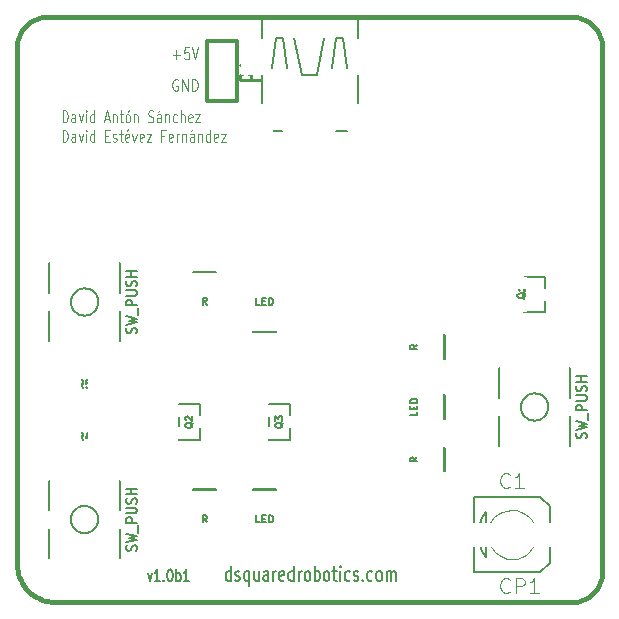
<source format=gto>
G04 (created by PCBNEW-RS274X (2011-05-25)-stable) date Sun 24 Mar 2013 20:47:49 CET*
G01*
G70*
G90*
%MOIN*%
G04 Gerber Fmt 3.4, Leading zero omitted, Abs format*
%FSLAX34Y34*%
G04 APERTURE LIST*
%ADD10C,0.006000*%
%ADD11C,0.004900*%
%ADD12C,0.007400*%
%ADD13C,0.004700*%
%ADD14C,0.007900*%
%ADD15C,0.015000*%
%ADD16C,0.005000*%
%ADD17C,0.008000*%
%ADD18C,0.000100*%
%ADD19C,0.004000*%
%ADD20C,0.012000*%
%ADD21C,0.003500*%
%ADD22C,0.010700*%
%ADD23R,0.055000X0.075000*%
%ADD24R,0.067200X0.090900*%
%ADD25R,0.039600X0.120000*%
%ADD26R,0.098700X0.118400*%
%ADD27R,0.037000X0.100000*%
%ADD28C,0.060000*%
%ADD29R,0.157700X0.082900*%
%ADD30R,0.075100X0.134200*%
%ADD31R,0.055000X0.044000*%
%ADD32R,0.075000X0.075000*%
%ADD33C,0.075000*%
%ADD34R,0.090900X0.067200*%
%ADD35C,0.085000*%
G04 APERTURE END LIST*
G54D10*
G54D11*
X54110Y-30334D02*
X54080Y-30315D01*
X54035Y-30315D01*
X53990Y-30334D01*
X53960Y-30372D01*
X53945Y-30409D01*
X53930Y-30484D01*
X53930Y-30541D01*
X53945Y-30616D01*
X53960Y-30653D01*
X53990Y-30691D01*
X54035Y-30709D01*
X54065Y-30709D01*
X54110Y-30691D01*
X54125Y-30672D01*
X54125Y-30541D01*
X54065Y-30541D01*
X54260Y-30709D02*
X54260Y-30315D01*
X54440Y-30709D01*
X54440Y-30315D01*
X54590Y-30709D02*
X54590Y-30315D01*
X54665Y-30315D01*
X54710Y-30334D01*
X54740Y-30372D01*
X54755Y-30409D01*
X54770Y-30484D01*
X54770Y-30541D01*
X54755Y-30616D01*
X54740Y-30653D01*
X54710Y-30691D01*
X54665Y-30709D01*
X54590Y-30709D01*
X53945Y-29509D02*
X54185Y-29509D01*
X54065Y-29659D02*
X54065Y-29359D01*
X54485Y-29265D02*
X54335Y-29265D01*
X54320Y-29453D01*
X54335Y-29434D01*
X54365Y-29416D01*
X54440Y-29416D01*
X54470Y-29434D01*
X54485Y-29453D01*
X54500Y-29491D01*
X54500Y-29584D01*
X54485Y-29622D01*
X54470Y-29641D01*
X54440Y-29659D01*
X54365Y-29659D01*
X54335Y-29641D01*
X54320Y-29622D01*
X54590Y-29265D02*
X54695Y-29659D01*
X54800Y-29265D01*
G54D12*
X53105Y-46797D02*
X53175Y-47059D01*
X53246Y-46797D01*
X53513Y-47059D02*
X53344Y-47059D01*
X53428Y-47059D02*
X53428Y-46665D01*
X53400Y-46722D01*
X53372Y-46759D01*
X53344Y-46778D01*
X53639Y-47022D02*
X53653Y-47041D01*
X53639Y-47059D01*
X53625Y-47041D01*
X53639Y-47022D01*
X53639Y-47059D01*
X53835Y-46665D02*
X53864Y-46665D01*
X53892Y-46684D01*
X53906Y-46703D01*
X53920Y-46741D01*
X53934Y-46816D01*
X53934Y-46909D01*
X53920Y-46984D01*
X53906Y-47022D01*
X53892Y-47041D01*
X53864Y-47059D01*
X53835Y-47059D01*
X53807Y-47041D01*
X53793Y-47022D01*
X53779Y-46984D01*
X53765Y-46909D01*
X53765Y-46816D01*
X53779Y-46741D01*
X53793Y-46703D01*
X53807Y-46684D01*
X53835Y-46665D01*
X54060Y-47059D02*
X54060Y-46665D01*
X54060Y-46816D02*
X54088Y-46797D01*
X54145Y-46797D01*
X54173Y-46816D01*
X54187Y-46834D01*
X54201Y-46872D01*
X54201Y-46984D01*
X54187Y-47022D01*
X54173Y-47041D01*
X54145Y-47059D01*
X54088Y-47059D01*
X54060Y-47041D01*
X54482Y-47059D02*
X54313Y-47059D01*
X54397Y-47059D02*
X54397Y-46665D01*
X54369Y-46722D01*
X54341Y-46759D01*
X54313Y-46778D01*
G54D13*
X50273Y-31759D02*
X50273Y-31365D01*
X50343Y-31365D01*
X50386Y-31384D01*
X50414Y-31422D01*
X50428Y-31459D01*
X50442Y-31534D01*
X50442Y-31591D01*
X50428Y-31666D01*
X50414Y-31703D01*
X50386Y-31741D01*
X50343Y-31759D01*
X50273Y-31759D01*
X50695Y-31759D02*
X50695Y-31553D01*
X50681Y-31516D01*
X50653Y-31497D01*
X50596Y-31497D01*
X50568Y-31516D01*
X50695Y-31741D02*
X50667Y-31759D01*
X50596Y-31759D01*
X50568Y-31741D01*
X50554Y-31703D01*
X50554Y-31666D01*
X50568Y-31628D01*
X50596Y-31609D01*
X50667Y-31609D01*
X50695Y-31591D01*
X50807Y-31497D02*
X50877Y-31759D01*
X50948Y-31497D01*
X51060Y-31759D02*
X51060Y-31497D01*
X51060Y-31365D02*
X51046Y-31384D01*
X51060Y-31403D01*
X51074Y-31384D01*
X51060Y-31365D01*
X51060Y-31403D01*
X51327Y-31759D02*
X51327Y-31365D01*
X51327Y-31741D02*
X51299Y-31759D01*
X51242Y-31759D01*
X51214Y-31741D01*
X51200Y-31722D01*
X51186Y-31684D01*
X51186Y-31572D01*
X51200Y-31534D01*
X51214Y-31516D01*
X51242Y-31497D01*
X51299Y-31497D01*
X51327Y-31516D01*
X51678Y-31647D02*
X51819Y-31647D01*
X51650Y-31759D02*
X51748Y-31365D01*
X51847Y-31759D01*
X51945Y-31497D02*
X51945Y-31759D01*
X51945Y-31534D02*
X51959Y-31516D01*
X51987Y-31497D01*
X52030Y-31497D01*
X52058Y-31516D01*
X52072Y-31553D01*
X52072Y-31759D01*
X52170Y-31497D02*
X52282Y-31497D01*
X52212Y-31365D02*
X52212Y-31703D01*
X52226Y-31741D01*
X52254Y-31759D01*
X52282Y-31759D01*
X52423Y-31759D02*
X52395Y-31741D01*
X52381Y-31722D01*
X52367Y-31684D01*
X52367Y-31572D01*
X52381Y-31534D01*
X52395Y-31516D01*
X52423Y-31497D01*
X52466Y-31497D01*
X52494Y-31516D01*
X52508Y-31534D01*
X52522Y-31572D01*
X52522Y-31684D01*
X52508Y-31722D01*
X52494Y-31741D01*
X52466Y-31759D01*
X52423Y-31759D01*
X52480Y-31347D02*
X52437Y-31403D01*
X52648Y-31497D02*
X52648Y-31759D01*
X52648Y-31534D02*
X52662Y-31516D01*
X52690Y-31497D01*
X52733Y-31497D01*
X52761Y-31516D01*
X52775Y-31553D01*
X52775Y-31759D01*
X53126Y-31741D02*
X53168Y-31759D01*
X53239Y-31759D01*
X53267Y-31741D01*
X53281Y-31722D01*
X53295Y-31684D01*
X53295Y-31647D01*
X53281Y-31609D01*
X53267Y-31591D01*
X53239Y-31572D01*
X53182Y-31553D01*
X53154Y-31534D01*
X53140Y-31516D01*
X53126Y-31478D01*
X53126Y-31441D01*
X53140Y-31403D01*
X53154Y-31384D01*
X53182Y-31365D01*
X53253Y-31365D01*
X53295Y-31384D01*
X53548Y-31759D02*
X53548Y-31553D01*
X53534Y-31516D01*
X53506Y-31497D01*
X53449Y-31497D01*
X53421Y-31516D01*
X53548Y-31741D02*
X53520Y-31759D01*
X53449Y-31759D01*
X53421Y-31741D01*
X53407Y-31703D01*
X53407Y-31666D01*
X53421Y-31628D01*
X53449Y-31609D01*
X53520Y-31609D01*
X53548Y-31591D01*
X53506Y-31347D02*
X53463Y-31403D01*
X53688Y-31497D02*
X53688Y-31759D01*
X53688Y-31534D02*
X53702Y-31516D01*
X53730Y-31497D01*
X53773Y-31497D01*
X53801Y-31516D01*
X53815Y-31553D01*
X53815Y-31759D01*
X54082Y-31741D02*
X54054Y-31759D01*
X53997Y-31759D01*
X53969Y-31741D01*
X53955Y-31722D01*
X53941Y-31684D01*
X53941Y-31572D01*
X53955Y-31534D01*
X53969Y-31516D01*
X53997Y-31497D01*
X54054Y-31497D01*
X54082Y-31516D01*
X54208Y-31759D02*
X54208Y-31365D01*
X54335Y-31759D02*
X54335Y-31553D01*
X54321Y-31516D01*
X54293Y-31497D01*
X54250Y-31497D01*
X54222Y-31516D01*
X54208Y-31534D01*
X54588Y-31741D02*
X54560Y-31759D01*
X54503Y-31759D01*
X54475Y-31741D01*
X54461Y-31703D01*
X54461Y-31553D01*
X54475Y-31516D01*
X54503Y-31497D01*
X54560Y-31497D01*
X54588Y-31516D01*
X54602Y-31553D01*
X54602Y-31591D01*
X54461Y-31628D01*
X54700Y-31497D02*
X54855Y-31497D01*
X54700Y-31759D01*
X54855Y-31759D01*
G54D14*
X55880Y-47057D02*
X55880Y-46545D01*
X55880Y-47033D02*
X55846Y-47057D01*
X55779Y-47057D01*
X55745Y-47033D01*
X55728Y-47008D01*
X55711Y-46960D01*
X55711Y-46813D01*
X55728Y-46765D01*
X55745Y-46740D01*
X55779Y-46716D01*
X55846Y-46716D01*
X55880Y-46740D01*
X56031Y-47033D02*
X56065Y-47057D01*
X56133Y-47057D01*
X56166Y-47033D01*
X56183Y-46984D01*
X56183Y-46960D01*
X56166Y-46911D01*
X56133Y-46887D01*
X56082Y-46887D01*
X56048Y-46862D01*
X56031Y-46813D01*
X56031Y-46789D01*
X56048Y-46740D01*
X56082Y-46716D01*
X56133Y-46716D01*
X56166Y-46740D01*
X56487Y-46716D02*
X56487Y-47228D01*
X56487Y-47033D02*
X56453Y-47057D01*
X56386Y-47057D01*
X56352Y-47033D01*
X56335Y-47008D01*
X56318Y-46960D01*
X56318Y-46813D01*
X56335Y-46765D01*
X56352Y-46740D01*
X56386Y-46716D01*
X56453Y-46716D01*
X56487Y-46740D01*
X56807Y-46716D02*
X56807Y-47057D01*
X56655Y-46716D02*
X56655Y-46984D01*
X56672Y-47033D01*
X56706Y-47057D01*
X56756Y-47057D01*
X56790Y-47033D01*
X56807Y-47008D01*
X57127Y-47057D02*
X57127Y-46789D01*
X57110Y-46740D01*
X57076Y-46716D01*
X57009Y-46716D01*
X56975Y-46740D01*
X57127Y-47033D02*
X57093Y-47057D01*
X57009Y-47057D01*
X56975Y-47033D01*
X56958Y-46984D01*
X56958Y-46935D01*
X56975Y-46887D01*
X57009Y-46862D01*
X57093Y-46862D01*
X57127Y-46838D01*
X57295Y-47057D02*
X57295Y-46716D01*
X57295Y-46813D02*
X57312Y-46765D01*
X57329Y-46740D01*
X57363Y-46716D01*
X57396Y-46716D01*
X57649Y-47033D02*
X57615Y-47057D01*
X57548Y-47057D01*
X57514Y-47033D01*
X57497Y-46984D01*
X57497Y-46789D01*
X57514Y-46740D01*
X57548Y-46716D01*
X57615Y-46716D01*
X57649Y-46740D01*
X57666Y-46789D01*
X57666Y-46838D01*
X57497Y-46887D01*
X57969Y-47057D02*
X57969Y-46545D01*
X57969Y-47033D02*
X57935Y-47057D01*
X57868Y-47057D01*
X57834Y-47033D01*
X57817Y-47008D01*
X57800Y-46960D01*
X57800Y-46813D01*
X57817Y-46765D01*
X57834Y-46740D01*
X57868Y-46716D01*
X57935Y-46716D01*
X57969Y-46740D01*
X58137Y-47057D02*
X58137Y-46716D01*
X58137Y-46813D02*
X58154Y-46765D01*
X58171Y-46740D01*
X58205Y-46716D01*
X58238Y-46716D01*
X58407Y-47057D02*
X58373Y-47033D01*
X58356Y-47008D01*
X58339Y-46960D01*
X58339Y-46813D01*
X58356Y-46765D01*
X58373Y-46740D01*
X58407Y-46716D01*
X58457Y-46716D01*
X58491Y-46740D01*
X58508Y-46765D01*
X58525Y-46813D01*
X58525Y-46960D01*
X58508Y-47008D01*
X58491Y-47033D01*
X58457Y-47057D01*
X58407Y-47057D01*
X58676Y-47057D02*
X58676Y-46545D01*
X58676Y-46740D02*
X58710Y-46716D01*
X58777Y-46716D01*
X58811Y-46740D01*
X58828Y-46765D01*
X58845Y-46813D01*
X58845Y-46960D01*
X58828Y-47008D01*
X58811Y-47033D01*
X58777Y-47057D01*
X58710Y-47057D01*
X58676Y-47033D01*
X59047Y-47057D02*
X59013Y-47033D01*
X58996Y-47008D01*
X58979Y-46960D01*
X58979Y-46813D01*
X58996Y-46765D01*
X59013Y-46740D01*
X59047Y-46716D01*
X59097Y-46716D01*
X59131Y-46740D01*
X59148Y-46765D01*
X59165Y-46813D01*
X59165Y-46960D01*
X59148Y-47008D01*
X59131Y-47033D01*
X59097Y-47057D01*
X59047Y-47057D01*
X59266Y-46716D02*
X59401Y-46716D01*
X59316Y-46545D02*
X59316Y-46984D01*
X59333Y-47033D01*
X59367Y-47057D01*
X59401Y-47057D01*
X59518Y-47057D02*
X59518Y-46716D01*
X59518Y-46545D02*
X59501Y-46570D01*
X59518Y-46594D01*
X59535Y-46570D01*
X59518Y-46545D01*
X59518Y-46594D01*
X59839Y-47033D02*
X59805Y-47057D01*
X59738Y-47057D01*
X59704Y-47033D01*
X59687Y-47008D01*
X59670Y-46960D01*
X59670Y-46813D01*
X59687Y-46765D01*
X59704Y-46740D01*
X59738Y-46716D01*
X59805Y-46716D01*
X59839Y-46740D01*
X59973Y-47033D02*
X60007Y-47057D01*
X60075Y-47057D01*
X60108Y-47033D01*
X60125Y-46984D01*
X60125Y-46960D01*
X60108Y-46911D01*
X60075Y-46887D01*
X60024Y-46887D01*
X59990Y-46862D01*
X59973Y-46813D01*
X59973Y-46789D01*
X59990Y-46740D01*
X60024Y-46716D01*
X60075Y-46716D01*
X60108Y-46740D01*
X60277Y-47008D02*
X60294Y-47033D01*
X60277Y-47057D01*
X60260Y-47033D01*
X60277Y-47008D01*
X60277Y-47057D01*
X60598Y-47033D02*
X60564Y-47057D01*
X60497Y-47057D01*
X60463Y-47033D01*
X60446Y-47008D01*
X60429Y-46960D01*
X60429Y-46813D01*
X60446Y-46765D01*
X60463Y-46740D01*
X60497Y-46716D01*
X60564Y-46716D01*
X60598Y-46740D01*
X60800Y-47057D02*
X60766Y-47033D01*
X60749Y-47008D01*
X60732Y-46960D01*
X60732Y-46813D01*
X60749Y-46765D01*
X60766Y-46740D01*
X60800Y-46716D01*
X60850Y-46716D01*
X60884Y-46740D01*
X60901Y-46765D01*
X60918Y-46813D01*
X60918Y-46960D01*
X60901Y-47008D01*
X60884Y-47033D01*
X60850Y-47057D01*
X60800Y-47057D01*
X61069Y-47057D02*
X61069Y-46716D01*
X61069Y-46765D02*
X61086Y-46740D01*
X61120Y-46716D01*
X61170Y-46716D01*
X61204Y-46740D01*
X61221Y-46789D01*
X61221Y-47057D01*
X61221Y-46789D02*
X61238Y-46740D01*
X61272Y-46716D01*
X61322Y-46716D01*
X61356Y-46740D01*
X61373Y-46789D01*
X61373Y-47057D01*
G54D11*
X50276Y-32409D02*
X50276Y-32015D01*
X50346Y-32015D01*
X50389Y-32034D01*
X50417Y-32072D01*
X50431Y-32109D01*
X50445Y-32184D01*
X50445Y-32241D01*
X50431Y-32316D01*
X50417Y-32353D01*
X50389Y-32391D01*
X50346Y-32409D01*
X50276Y-32409D01*
X50698Y-32409D02*
X50698Y-32203D01*
X50684Y-32166D01*
X50656Y-32147D01*
X50599Y-32147D01*
X50571Y-32166D01*
X50698Y-32391D02*
X50670Y-32409D01*
X50599Y-32409D01*
X50571Y-32391D01*
X50557Y-32353D01*
X50557Y-32316D01*
X50571Y-32278D01*
X50599Y-32259D01*
X50670Y-32259D01*
X50698Y-32241D01*
X50810Y-32147D02*
X50880Y-32409D01*
X50951Y-32147D01*
X51063Y-32409D02*
X51063Y-32147D01*
X51063Y-32015D02*
X51049Y-32034D01*
X51063Y-32053D01*
X51077Y-32034D01*
X51063Y-32015D01*
X51063Y-32053D01*
X51330Y-32409D02*
X51330Y-32015D01*
X51330Y-32391D02*
X51302Y-32409D01*
X51245Y-32409D01*
X51217Y-32391D01*
X51203Y-32372D01*
X51189Y-32334D01*
X51189Y-32222D01*
X51203Y-32184D01*
X51217Y-32166D01*
X51245Y-32147D01*
X51302Y-32147D01*
X51330Y-32166D01*
X51695Y-32203D02*
X51794Y-32203D01*
X51836Y-32409D02*
X51695Y-32409D01*
X51695Y-32015D01*
X51836Y-32015D01*
X51948Y-32391D02*
X51976Y-32409D01*
X52032Y-32409D01*
X52061Y-32391D01*
X52075Y-32353D01*
X52075Y-32334D01*
X52061Y-32297D01*
X52032Y-32278D01*
X51990Y-32278D01*
X51962Y-32259D01*
X51948Y-32222D01*
X51948Y-32203D01*
X51962Y-32166D01*
X51990Y-32147D01*
X52032Y-32147D01*
X52061Y-32166D01*
X52159Y-32147D02*
X52271Y-32147D01*
X52201Y-32015D02*
X52201Y-32353D01*
X52215Y-32391D01*
X52243Y-32409D01*
X52271Y-32409D01*
X52483Y-32391D02*
X52455Y-32409D01*
X52398Y-32409D01*
X52370Y-32391D01*
X52356Y-32353D01*
X52356Y-32203D01*
X52370Y-32166D01*
X52398Y-32147D01*
X52455Y-32147D01*
X52483Y-32166D01*
X52497Y-32203D01*
X52497Y-32241D01*
X52356Y-32278D01*
X52455Y-31997D02*
X52412Y-32053D01*
X52595Y-32147D02*
X52665Y-32409D01*
X52736Y-32147D01*
X52961Y-32391D02*
X52933Y-32409D01*
X52876Y-32409D01*
X52848Y-32391D01*
X52834Y-32353D01*
X52834Y-32203D01*
X52848Y-32166D01*
X52876Y-32147D01*
X52933Y-32147D01*
X52961Y-32166D01*
X52975Y-32203D01*
X52975Y-32241D01*
X52834Y-32278D01*
X53073Y-32147D02*
X53228Y-32147D01*
X53073Y-32409D01*
X53228Y-32409D01*
X53664Y-32203D02*
X53565Y-32203D01*
X53565Y-32409D02*
X53565Y-32015D01*
X53706Y-32015D01*
X53931Y-32391D02*
X53903Y-32409D01*
X53846Y-32409D01*
X53818Y-32391D01*
X53804Y-32353D01*
X53804Y-32203D01*
X53818Y-32166D01*
X53846Y-32147D01*
X53903Y-32147D01*
X53931Y-32166D01*
X53945Y-32203D01*
X53945Y-32241D01*
X53804Y-32278D01*
X54071Y-32409D02*
X54071Y-32147D01*
X54071Y-32222D02*
X54085Y-32184D01*
X54099Y-32166D01*
X54127Y-32147D01*
X54156Y-32147D01*
X54254Y-32147D02*
X54254Y-32409D01*
X54254Y-32184D02*
X54268Y-32166D01*
X54296Y-32147D01*
X54339Y-32147D01*
X54367Y-32166D01*
X54381Y-32203D01*
X54381Y-32409D01*
X54648Y-32409D02*
X54648Y-32203D01*
X54634Y-32166D01*
X54606Y-32147D01*
X54549Y-32147D01*
X54521Y-32166D01*
X54648Y-32391D02*
X54620Y-32409D01*
X54549Y-32409D01*
X54521Y-32391D01*
X54507Y-32353D01*
X54507Y-32316D01*
X54521Y-32278D01*
X54549Y-32259D01*
X54620Y-32259D01*
X54648Y-32241D01*
X54606Y-31997D02*
X54563Y-32053D01*
X54788Y-32147D02*
X54788Y-32409D01*
X54788Y-32184D02*
X54802Y-32166D01*
X54830Y-32147D01*
X54873Y-32147D01*
X54901Y-32166D01*
X54915Y-32203D01*
X54915Y-32409D01*
X55182Y-32409D02*
X55182Y-32015D01*
X55182Y-32391D02*
X55154Y-32409D01*
X55097Y-32409D01*
X55069Y-32391D01*
X55055Y-32372D01*
X55041Y-32334D01*
X55041Y-32222D01*
X55055Y-32184D01*
X55069Y-32166D01*
X55097Y-32147D01*
X55154Y-32147D01*
X55182Y-32166D01*
X55435Y-32391D02*
X55407Y-32409D01*
X55350Y-32409D01*
X55322Y-32391D01*
X55308Y-32353D01*
X55308Y-32203D01*
X55322Y-32166D01*
X55350Y-32147D01*
X55407Y-32147D01*
X55435Y-32166D01*
X55449Y-32203D01*
X55449Y-32241D01*
X55308Y-32278D01*
X55547Y-32147D02*
X55702Y-32147D01*
X55547Y-32409D01*
X55702Y-32409D01*
G54D15*
X67250Y-28250D02*
X49750Y-28250D01*
X68250Y-46750D02*
X68250Y-29250D01*
X68250Y-29250D02*
X68246Y-29163D01*
X68234Y-29077D01*
X68215Y-28992D01*
X68189Y-28908D01*
X68156Y-28828D01*
X68116Y-28751D01*
X68069Y-28677D01*
X68016Y-28608D01*
X67957Y-28543D01*
X67892Y-28484D01*
X67823Y-28431D01*
X67750Y-28384D01*
X67672Y-28344D01*
X67592Y-28311D01*
X67508Y-28285D01*
X67423Y-28266D01*
X67337Y-28254D01*
X67250Y-28250D01*
X50000Y-47750D02*
X67250Y-47750D01*
X48750Y-46500D02*
X48750Y-29250D01*
X48750Y-46500D02*
X48755Y-46608D01*
X48769Y-46717D01*
X48793Y-46823D01*
X48826Y-46927D01*
X48868Y-47028D01*
X48918Y-47124D01*
X48977Y-47216D01*
X49043Y-47303D01*
X49117Y-47383D01*
X49197Y-47457D01*
X49284Y-47523D01*
X49376Y-47582D01*
X49472Y-47632D01*
X49573Y-47674D01*
X49677Y-47707D01*
X49783Y-47731D01*
X49892Y-47745D01*
X50000Y-47750D01*
X67250Y-47750D02*
X67337Y-47746D01*
X67423Y-47734D01*
X67508Y-47715D01*
X67592Y-47689D01*
X67672Y-47656D01*
X67750Y-47616D01*
X67823Y-47569D01*
X67892Y-47516D01*
X67957Y-47457D01*
X68016Y-47392D01*
X68069Y-47323D01*
X68116Y-47249D01*
X68156Y-47172D01*
X68189Y-47092D01*
X68215Y-47008D01*
X68234Y-46923D01*
X68246Y-46837D01*
X68250Y-46750D01*
X49750Y-28250D02*
X49663Y-28254D01*
X49577Y-28266D01*
X49492Y-28285D01*
X49408Y-28311D01*
X49328Y-28344D01*
X49251Y-28384D01*
X49177Y-28431D01*
X49108Y-28484D01*
X49043Y-28543D01*
X48984Y-28608D01*
X48931Y-28677D01*
X48884Y-28751D01*
X48844Y-28828D01*
X48811Y-28908D01*
X48785Y-28992D01*
X48766Y-29077D01*
X48754Y-29163D01*
X48750Y-29250D01*
G54D16*
X50800Y-42550D02*
X50400Y-42550D01*
X50400Y-42550D02*
X50400Y-41950D01*
X50400Y-41950D02*
X50800Y-41950D01*
X51200Y-41950D02*
X51600Y-41950D01*
X51600Y-41950D02*
X51600Y-42550D01*
X51600Y-42550D02*
X51200Y-42550D01*
X50800Y-40800D02*
X50400Y-40800D01*
X50400Y-40800D02*
X50400Y-40200D01*
X50400Y-40200D02*
X50800Y-40200D01*
X51200Y-40200D02*
X51600Y-40200D01*
X51600Y-40200D02*
X51600Y-40800D01*
X51600Y-40800D02*
X51200Y-40800D01*
G54D17*
X63004Y-38856D02*
X62335Y-38856D01*
X63004Y-39644D02*
X62335Y-39644D01*
X61094Y-38856D02*
X61665Y-38856D01*
X61094Y-39644D02*
X61665Y-39644D01*
X63004Y-38856D02*
X63004Y-39644D01*
X62965Y-39644D02*
X62965Y-38856D01*
X61094Y-38856D02*
X61094Y-39644D01*
X62906Y-38856D02*
X62906Y-39644D01*
G54D18*
G36*
X52232Y-35388D02*
X52232Y-35388D01*
X52232Y-35388D01*
X52232Y-35388D01*
X52232Y-35388D01*
X52232Y-35388D01*
X52232Y-35388D01*
X52232Y-35388D01*
X52232Y-35388D01*
X52232Y-35388D01*
X52232Y-35388D01*
X52232Y-35388D01*
X52232Y-35388D01*
X52232Y-35388D01*
X52232Y-35388D01*
G37*
G36*
X60287Y-34983D02*
X60287Y-34983D01*
X60287Y-34983D01*
X60287Y-34983D01*
X60287Y-34983D01*
X60287Y-34983D01*
X60287Y-34983D01*
X60287Y-34983D01*
X60287Y-34983D01*
X60287Y-34983D01*
X60287Y-34983D01*
X60287Y-34983D01*
X60287Y-34983D01*
X60287Y-34983D01*
X60287Y-34983D01*
X60287Y-34983D01*
X60287Y-34983D01*
X60287Y-34983D01*
X60287Y-34983D01*
X60287Y-34983D01*
G37*
G36*
X53831Y-34972D02*
X53831Y-34972D01*
X53831Y-34972D01*
X53831Y-34972D01*
X53831Y-34972D01*
X53831Y-34972D01*
X53831Y-34972D01*
X53831Y-34972D01*
X53831Y-34972D01*
X53831Y-34972D01*
X53831Y-34972D01*
X53831Y-34972D01*
X53831Y-34972D01*
X53831Y-34972D01*
X53831Y-34972D01*
X53831Y-34972D01*
X53831Y-34972D01*
X53831Y-34972D01*
X53831Y-34972D01*
X53831Y-34972D01*
X53831Y-34972D01*
X53831Y-34972D01*
X53831Y-34972D01*
X53831Y-34972D01*
X53831Y-34972D01*
X53831Y-34972D01*
X53831Y-34972D01*
X53831Y-34972D01*
X53831Y-34972D01*
X53831Y-34972D01*
X53831Y-34972D01*
X53831Y-34972D01*
X53831Y-34972D01*
X53831Y-34972D01*
G37*
G36*
X59094Y-34972D02*
X59094Y-34972D01*
X59094Y-34972D01*
X59094Y-34972D01*
X59094Y-34972D01*
X59094Y-34972D01*
X59094Y-34972D01*
X59094Y-34972D01*
X59094Y-34972D01*
X59094Y-34972D01*
X59094Y-34972D01*
X59094Y-34972D01*
X59094Y-34972D01*
X59094Y-34972D01*
X59094Y-34972D01*
X59094Y-34972D01*
X59094Y-34972D01*
X59094Y-34972D01*
X59094Y-34972D01*
X59094Y-34972D01*
X59094Y-34972D01*
X59094Y-34972D01*
X59094Y-34972D01*
X59094Y-34972D01*
X59094Y-34972D01*
X59094Y-34972D01*
X59094Y-34972D01*
X59094Y-34972D01*
X59094Y-34972D01*
X59094Y-34972D01*
X59094Y-34972D01*
X59094Y-34972D01*
X59094Y-34972D01*
X59094Y-34972D01*
G37*
G36*
X54992Y-34956D02*
X54992Y-34956D01*
X54992Y-34956D01*
X54992Y-34956D01*
X54992Y-34956D01*
X54992Y-34956D01*
X54992Y-34956D01*
X54992Y-34956D01*
X54992Y-34956D01*
X54992Y-34956D01*
X54992Y-34956D01*
X54992Y-34956D01*
X54992Y-34956D01*
X54992Y-34956D01*
X54992Y-34956D01*
X54992Y-34956D01*
X54992Y-34956D01*
X54992Y-34956D01*
X54992Y-34956D01*
X54992Y-34956D01*
X54992Y-34956D01*
X54992Y-34956D01*
X54992Y-34956D01*
X54992Y-34956D01*
X54992Y-34956D01*
X54992Y-34956D01*
X54992Y-34956D01*
X54992Y-34956D01*
X54992Y-34956D01*
X54992Y-34956D01*
X54992Y-34956D01*
X54992Y-34956D01*
X54992Y-34956D01*
X54992Y-34956D01*
X54992Y-34956D01*
X54992Y-34956D01*
X54992Y-34956D01*
X54992Y-34956D01*
X54992Y-34956D01*
X54992Y-34956D01*
X54992Y-34956D01*
X54992Y-34956D01*
X54992Y-34956D01*
X54992Y-34956D01*
X54992Y-34956D01*
X54992Y-34956D01*
G37*
G36*
X58200Y-34964D02*
X58200Y-34964D01*
X58200Y-34964D01*
X58200Y-34964D01*
X58200Y-34964D01*
X58200Y-34964D01*
X58200Y-34964D01*
X58200Y-34964D01*
X58200Y-34964D01*
X58200Y-34964D01*
X58200Y-34964D01*
X58200Y-34964D01*
X58200Y-34964D01*
X58200Y-34964D01*
X58200Y-34964D01*
X58200Y-34964D01*
X58200Y-34964D01*
X58200Y-34964D01*
X58200Y-34964D01*
X58200Y-34964D01*
X58200Y-34964D01*
X58200Y-34964D01*
X58200Y-34964D01*
X58200Y-34964D01*
X58200Y-34964D01*
X58200Y-34964D01*
X58200Y-34964D01*
X58200Y-34964D01*
X58200Y-34964D01*
X58200Y-34964D01*
X58200Y-34964D01*
X58200Y-34964D01*
X58200Y-34964D01*
X58200Y-34964D01*
X58200Y-34964D01*
X58200Y-34964D01*
X58200Y-34964D01*
X58200Y-34964D01*
X58200Y-34964D01*
X58200Y-34964D01*
G37*
G36*
X59371Y-34956D02*
X59371Y-34956D01*
X59371Y-34956D01*
X59371Y-34956D01*
X59371Y-34956D01*
X59371Y-34956D01*
X59371Y-34956D01*
X59371Y-34956D01*
X59371Y-34956D01*
X59371Y-34956D01*
X59371Y-34956D01*
X59371Y-34956D01*
X59371Y-34956D01*
X59371Y-34956D01*
X59371Y-34956D01*
X59371Y-34956D01*
X59371Y-34956D01*
X59371Y-34956D01*
X59371Y-34956D01*
X59371Y-34956D01*
X59371Y-34956D01*
X59371Y-34956D01*
X59371Y-34956D01*
X59371Y-34956D01*
X59371Y-34956D01*
X59371Y-34956D01*
X59371Y-34956D01*
X59371Y-34956D01*
X59371Y-34956D01*
X59371Y-34956D01*
X59371Y-34956D01*
X59371Y-34956D01*
X59371Y-34956D01*
X59371Y-34956D01*
X59371Y-34956D01*
X59371Y-34956D01*
X59371Y-34956D01*
X59371Y-34956D01*
X59371Y-34956D01*
X59371Y-34956D01*
X59371Y-34956D01*
X59371Y-34956D01*
X59371Y-34956D01*
X59371Y-34956D01*
X59371Y-34956D01*
X59371Y-34956D01*
G37*
G36*
X53286Y-34953D02*
X53286Y-34953D01*
X53286Y-34953D01*
X53286Y-34953D01*
X53286Y-34953D01*
X53286Y-34953D01*
X53286Y-34953D01*
X53286Y-34953D01*
X53286Y-34953D01*
X53286Y-34953D01*
X53286Y-34953D01*
X53286Y-34953D01*
X53286Y-34953D01*
X53286Y-34953D01*
X53286Y-34953D01*
X53286Y-34953D01*
X53286Y-34953D01*
X53286Y-34953D01*
X53286Y-34953D01*
X53286Y-34953D01*
X53286Y-34953D01*
X53286Y-34953D01*
X53286Y-34953D01*
X53286Y-34953D01*
X53286Y-34953D01*
X53286Y-34953D01*
X53286Y-34953D01*
X53286Y-34953D01*
X53286Y-34953D01*
X53286Y-34953D01*
X53286Y-34953D01*
X53286Y-34953D01*
X53286Y-34953D01*
X53286Y-34953D01*
X53286Y-34953D01*
X53286Y-34953D01*
X53286Y-34953D01*
G37*
G36*
X55819Y-34953D02*
X55819Y-34953D01*
X55819Y-34953D01*
X55819Y-34953D01*
X55819Y-34953D01*
X55819Y-34953D01*
X55819Y-34953D01*
X55819Y-34953D01*
X55819Y-34953D01*
X55819Y-34953D01*
X55819Y-34953D01*
X55819Y-34953D01*
X55819Y-34953D01*
X55819Y-34953D01*
X55819Y-34953D01*
X55819Y-34953D01*
X55819Y-34953D01*
X55819Y-34953D01*
X55819Y-34953D01*
X55819Y-34953D01*
G37*
G36*
X56790Y-34956D02*
X56790Y-34956D01*
X56790Y-34956D01*
X56790Y-34956D01*
X56790Y-34956D01*
X56790Y-34956D01*
X56790Y-34956D01*
X56790Y-34956D01*
X56790Y-34956D01*
X56790Y-34956D01*
X56790Y-34956D01*
X56790Y-34956D01*
X56790Y-34956D01*
X56790Y-34956D01*
X56790Y-34956D01*
X56790Y-34956D01*
X56790Y-34956D01*
X56790Y-34956D01*
X56790Y-34956D01*
X56790Y-34956D01*
X56790Y-34956D01*
X56790Y-34956D01*
X56790Y-34956D01*
X56790Y-34956D01*
X56790Y-34956D01*
X56790Y-34956D01*
X56790Y-34956D01*
X56790Y-34956D01*
X56790Y-34956D01*
X56790Y-34956D01*
X56790Y-34956D01*
X56790Y-34956D01*
X56790Y-34956D01*
X56790Y-34956D01*
X56790Y-34956D01*
X56790Y-34956D01*
X56790Y-34956D01*
X56790Y-34956D01*
G37*
G36*
X58537Y-34953D02*
X58537Y-34953D01*
X58537Y-34953D01*
X58537Y-34953D01*
X58537Y-34953D01*
X58537Y-34953D01*
X58537Y-34953D01*
X58537Y-34953D01*
X58537Y-34953D01*
X58537Y-34953D01*
X58537Y-34953D01*
X58537Y-34953D01*
X58537Y-34953D01*
X58537Y-34953D01*
X58537Y-34953D01*
X58537Y-34953D01*
X58537Y-34953D01*
X58537Y-34953D01*
X58537Y-34953D01*
X58537Y-34953D01*
X58537Y-34953D01*
X58537Y-34953D01*
X58537Y-34953D01*
X58537Y-34953D01*
X58537Y-34953D01*
X58537Y-34953D01*
X58537Y-34953D01*
X58537Y-34953D01*
X58537Y-34953D01*
X58537Y-34953D01*
X58537Y-34953D01*
X58537Y-34953D01*
X58537Y-34953D01*
X58537Y-34953D01*
X58537Y-34953D01*
X58537Y-34953D01*
G37*
G36*
X54496Y-34938D02*
X54496Y-34938D01*
X54496Y-34938D01*
X54496Y-34938D01*
X54496Y-34938D01*
X54496Y-34938D01*
X54496Y-34938D01*
X54496Y-34938D01*
X54496Y-34938D01*
X54496Y-34938D01*
X54496Y-34938D01*
X54496Y-34938D01*
X54496Y-34938D01*
X54496Y-34938D01*
X54496Y-34938D01*
X54496Y-34938D01*
X54496Y-34938D01*
X54496Y-34938D01*
X54496Y-34938D01*
X54496Y-34938D01*
X54496Y-34938D01*
X54496Y-34938D01*
X54496Y-34938D01*
X54496Y-34938D01*
X54496Y-34938D01*
X54496Y-34938D01*
X54496Y-34938D01*
X54496Y-34938D01*
X54496Y-34938D01*
X54496Y-34938D01*
X54496Y-34938D01*
X54496Y-34938D01*
X54496Y-34938D01*
X54496Y-34938D01*
X54496Y-34938D01*
X54496Y-34938D01*
X54496Y-34938D01*
X54496Y-34938D01*
X54496Y-34938D01*
X54496Y-34938D01*
X54496Y-34938D01*
X54496Y-34938D01*
X54496Y-34938D01*
X54496Y-34938D01*
X54496Y-34938D01*
X54496Y-34938D01*
X54496Y-34938D01*
X54496Y-34938D01*
X54496Y-34938D01*
X54496Y-34938D01*
X54496Y-34938D01*
X54496Y-34938D01*
X54496Y-34938D01*
G37*
G36*
X57293Y-34945D02*
X57293Y-34945D01*
X57293Y-34945D01*
X57293Y-34945D01*
X57293Y-34945D01*
X57293Y-34945D01*
X57293Y-34945D01*
X57293Y-34945D01*
X57293Y-34945D01*
X57293Y-34945D01*
G37*
G36*
X57889Y-34945D02*
X57889Y-34945D01*
X57889Y-34945D01*
X57889Y-34945D01*
X57889Y-34945D01*
X57889Y-34945D01*
X57889Y-34945D01*
X57889Y-34945D01*
X57889Y-34945D01*
X57889Y-34945D01*
X57889Y-34945D01*
X57889Y-34945D01*
X57889Y-34945D01*
X57889Y-34945D01*
X57889Y-34945D01*
X57889Y-34945D01*
X57889Y-34945D01*
X57889Y-34945D01*
X57889Y-34945D01*
X57889Y-34945D01*
X57889Y-34945D01*
X57889Y-34945D01*
X57889Y-34945D01*
X57889Y-34945D01*
X57889Y-34945D01*
X57889Y-34945D01*
X57889Y-34945D01*
X57889Y-34945D01*
X57889Y-34945D01*
X57889Y-34945D01*
X57889Y-34945D01*
X57889Y-34945D01*
X57889Y-34945D01*
X57889Y-34945D01*
X57889Y-34945D01*
G37*
G36*
X59750Y-34938D02*
X59750Y-34938D01*
X59750Y-34938D01*
X59750Y-34938D01*
X59750Y-34938D01*
X59750Y-34938D01*
X59750Y-34938D01*
X59750Y-34938D01*
X59750Y-34938D01*
X59750Y-34938D01*
X59750Y-34938D01*
X59750Y-34938D01*
X59750Y-34938D01*
X59750Y-34938D01*
X59750Y-34938D01*
X59750Y-34938D01*
X59750Y-34938D01*
X59750Y-34938D01*
X59750Y-34938D01*
X59750Y-34938D01*
X59750Y-34938D01*
X59750Y-34938D01*
X59750Y-34938D01*
X59750Y-34938D01*
X59750Y-34938D01*
X59750Y-34938D01*
X59750Y-34938D01*
X59750Y-34938D01*
X59750Y-34938D01*
X59750Y-34938D01*
X59750Y-34938D01*
X59750Y-34938D01*
X59750Y-34938D01*
X59750Y-34938D01*
X59750Y-34938D01*
X59750Y-34938D01*
X59750Y-34938D01*
X59750Y-34938D01*
X59750Y-34938D01*
X59750Y-34938D01*
X59750Y-34938D01*
X59750Y-34938D01*
X59750Y-34938D01*
X59750Y-34938D01*
X59750Y-34938D01*
X59750Y-34938D01*
X59750Y-34938D01*
X59750Y-34938D01*
X59750Y-34938D01*
X59750Y-34938D01*
X59750Y-34938D01*
X59750Y-34938D01*
X59750Y-34938D01*
G37*
G36*
X58014Y-34923D02*
X58014Y-34923D01*
X58014Y-34923D01*
X58014Y-34923D01*
X58014Y-34923D01*
X58014Y-34923D01*
X58014Y-34923D01*
X58014Y-34923D01*
X58014Y-34923D01*
X58014Y-34923D01*
X58014Y-34923D01*
X58014Y-34923D01*
X58014Y-34923D01*
X58014Y-34923D01*
X58014Y-34923D01*
X58014Y-34923D01*
X58014Y-34923D01*
X58014Y-34923D01*
G37*
G36*
X58381Y-34921D02*
X58381Y-34921D01*
X58381Y-34921D01*
X58381Y-34921D01*
X58381Y-34921D01*
X58381Y-34921D01*
X58381Y-34921D01*
X58381Y-34921D01*
X58381Y-34921D01*
X58381Y-34921D01*
X58381Y-34921D01*
X58381Y-34921D01*
X58381Y-34921D01*
X58381Y-34921D01*
X58381Y-34921D01*
X58381Y-34921D01*
X58381Y-34921D01*
X58381Y-34921D01*
X58381Y-34921D01*
X58381Y-34921D01*
G37*
G36*
X55535Y-34899D02*
X55535Y-34899D01*
X55535Y-34899D01*
X55535Y-34899D01*
X55535Y-34899D01*
X55535Y-34899D01*
X55535Y-34899D01*
X55535Y-34899D01*
X55535Y-34899D01*
X55535Y-34899D01*
X55535Y-34899D01*
X55535Y-34899D01*
X55535Y-34899D01*
X55535Y-34899D01*
X55535Y-34899D01*
X55535Y-34899D01*
X55535Y-34899D01*
X55535Y-34899D01*
X55535Y-34899D01*
X55535Y-34899D01*
X55535Y-34899D01*
X55535Y-34899D01*
X55535Y-34899D01*
X55535Y-34899D01*
X55535Y-34899D01*
X55535Y-34899D01*
X55535Y-34899D01*
X55535Y-34899D01*
X55535Y-34899D01*
X55535Y-34899D01*
X55535Y-34899D01*
X55535Y-34899D01*
X55535Y-34899D01*
X55535Y-34899D01*
X55535Y-34899D01*
X55535Y-34899D01*
X55535Y-34899D01*
X55535Y-34899D01*
X55535Y-34899D01*
X55535Y-34899D01*
X55535Y-34899D01*
X55535Y-34899D01*
X55535Y-34899D01*
X55535Y-34899D01*
G37*
G36*
X53044Y-34784D02*
X53044Y-34784D01*
X53044Y-34784D01*
X53044Y-34784D01*
X53044Y-34784D01*
X53044Y-34784D01*
X53044Y-34784D01*
X53044Y-34784D01*
X53044Y-34784D01*
X53044Y-34784D01*
X53044Y-34784D01*
X53044Y-34784D01*
X53044Y-34784D01*
X53044Y-34784D01*
X53044Y-34784D01*
X53044Y-34784D01*
X53044Y-34784D01*
X53044Y-34784D01*
X53044Y-34784D01*
G37*
G36*
X54252Y-34776D02*
X54252Y-34776D01*
X54252Y-34776D01*
X54252Y-34776D01*
X54252Y-34776D01*
X54252Y-34776D01*
X54252Y-34776D01*
X54252Y-34776D01*
X54252Y-34776D01*
X54252Y-34776D01*
X54252Y-34776D01*
X54252Y-34776D01*
X54252Y-34776D01*
X54252Y-34776D01*
X54252Y-34776D01*
X54252Y-34776D01*
X54252Y-34776D01*
X54252Y-34776D01*
X54252Y-34776D01*
X54252Y-34776D01*
X54252Y-34776D01*
X54252Y-34776D01*
X54252Y-34776D01*
X54252Y-34776D01*
X54252Y-34776D01*
X54252Y-34776D01*
G37*
G36*
X56423Y-34776D02*
X56423Y-34776D01*
X56423Y-34776D01*
X56423Y-34776D01*
X56423Y-34776D01*
X56423Y-34776D01*
X56423Y-34776D01*
X56423Y-34776D01*
X56423Y-34776D01*
X56423Y-34776D01*
X56423Y-34776D01*
X56423Y-34776D01*
X56423Y-34776D01*
X56423Y-34776D01*
X56423Y-34776D01*
X56423Y-34776D01*
X56423Y-34776D01*
X56423Y-34776D01*
X56423Y-34776D01*
X56423Y-34776D01*
X56423Y-34776D01*
X56423Y-34776D01*
X56423Y-34776D01*
X56423Y-34776D01*
X56423Y-34776D01*
X56423Y-34776D01*
G37*
G36*
X56027Y-34759D02*
X56027Y-34759D01*
X56027Y-34759D01*
X56027Y-34759D01*
X56027Y-34759D01*
X56027Y-34759D01*
X56027Y-34759D01*
X56027Y-34759D01*
X56027Y-34759D01*
X56027Y-34759D01*
X56027Y-34759D01*
X56027Y-34759D01*
X56027Y-34759D01*
X56027Y-34759D01*
X56027Y-34759D01*
X56027Y-34759D01*
X56027Y-34759D01*
X56027Y-34759D01*
X56027Y-34759D01*
X56027Y-34759D01*
X56027Y-34759D01*
X56027Y-34759D01*
X56027Y-34759D01*
X56027Y-34759D01*
X56027Y-34759D01*
X56027Y-34759D01*
X56027Y-34759D01*
X56027Y-34759D01*
X56027Y-34759D01*
X56027Y-34759D01*
X56027Y-34759D01*
X56027Y-34759D01*
X56027Y-34759D01*
G37*
G36*
X57293Y-34719D02*
X57293Y-34719D01*
X57293Y-34719D01*
X57293Y-34719D01*
X57293Y-34719D01*
X57293Y-34719D01*
X57293Y-34719D01*
X57293Y-34719D01*
X57293Y-34719D01*
X57293Y-34719D01*
G37*
G36*
X53575Y-34670D02*
X53575Y-34670D01*
X53575Y-34670D01*
X53575Y-34670D01*
X53575Y-34670D01*
X53575Y-34670D01*
X53575Y-34670D01*
X53575Y-34670D01*
X53575Y-34670D01*
X53575Y-34670D01*
X53575Y-34670D01*
G37*
G36*
X56977Y-34670D02*
X56977Y-34670D01*
X56977Y-34670D01*
X56977Y-34670D01*
X56977Y-34670D01*
X56977Y-34670D01*
X56977Y-34670D01*
X56977Y-34670D01*
X56977Y-34670D01*
X56977Y-34670D01*
X56977Y-34670D01*
G37*
G36*
X57031Y-34646D02*
X57031Y-34646D01*
X57031Y-34646D01*
X57031Y-34646D01*
X57031Y-34646D01*
X57031Y-34646D01*
X57031Y-34646D01*
X57031Y-34646D01*
X57031Y-34646D01*
X57031Y-34646D01*
X57031Y-34646D01*
G37*
G36*
X53632Y-34644D02*
X53632Y-34644D01*
X53632Y-34644D01*
X53632Y-34644D01*
X53632Y-34644D01*
X53632Y-34644D01*
X53632Y-34644D01*
X53632Y-34644D01*
X53632Y-34644D01*
X53632Y-34644D01*
G37*
G36*
X58356Y-34616D02*
X58356Y-34616D01*
X58356Y-34616D01*
X58356Y-34616D01*
X58356Y-34616D01*
X58356Y-34616D01*
X58356Y-34616D01*
X58356Y-34616D01*
X58356Y-34616D01*
X58356Y-34616D01*
X58356Y-34616D01*
X58356Y-34616D01*
G37*
G36*
X58660Y-34616D02*
X58660Y-34616D01*
X58660Y-34616D01*
X58660Y-34616D01*
X58660Y-34616D01*
X58660Y-34616D01*
X58660Y-34616D01*
X58660Y-34616D01*
X58660Y-34616D01*
X58660Y-34616D01*
X58660Y-34616D01*
X58660Y-34616D01*
X58660Y-34616D01*
X58660Y-34616D01*
X58660Y-34616D01*
X58660Y-34616D01*
X58660Y-34616D01*
X58660Y-34616D01*
X58660Y-34616D01*
X58660Y-34616D01*
X58660Y-34616D01*
X58660Y-34616D01*
G37*
G36*
X53388Y-34608D02*
X53388Y-34608D01*
X53388Y-34608D01*
X53388Y-34608D01*
X53388Y-34608D01*
X53388Y-34608D01*
X53388Y-34608D01*
X53388Y-34608D01*
X53388Y-34608D01*
X53388Y-34608D01*
X53388Y-34608D01*
X53388Y-34608D01*
X53388Y-34608D01*
X53388Y-34608D01*
X53388Y-34608D01*
X53388Y-34608D01*
X53388Y-34608D01*
X53388Y-34608D01*
G37*
G36*
X58405Y-34599D02*
X58405Y-34599D01*
X58405Y-34599D01*
X58405Y-34599D01*
X58405Y-34599D01*
X58405Y-34599D01*
X58405Y-34599D01*
X58405Y-34599D01*
X58405Y-34599D01*
X58405Y-34599D01*
X58405Y-34599D01*
G37*
G36*
X55945Y-34467D02*
X55945Y-34467D01*
X55945Y-34467D01*
X55945Y-34467D01*
X55945Y-34467D01*
X55945Y-34467D01*
X55945Y-34467D01*
X55945Y-34467D01*
X55945Y-34467D01*
X55945Y-34467D01*
X55945Y-34467D01*
X55945Y-34467D01*
X55945Y-34467D01*
X55945Y-34467D01*
X55945Y-34467D01*
X55945Y-34467D01*
X55945Y-34467D01*
X55945Y-34467D01*
X55945Y-34467D01*
X55945Y-34467D01*
X55945Y-34467D01*
X55945Y-34467D01*
X55945Y-34467D01*
X55945Y-34467D01*
X55945Y-34467D01*
X55945Y-34467D01*
X55945Y-34467D01*
X55945Y-34467D01*
X55945Y-34467D01*
X55945Y-34467D01*
X55945Y-34467D01*
X55945Y-34467D01*
X55945Y-34467D01*
X55945Y-34467D01*
X55945Y-34467D01*
X55945Y-34467D01*
X55945Y-34467D01*
X55945Y-34467D01*
X55945Y-34467D01*
X55945Y-34467D01*
X55945Y-34467D01*
X55945Y-34467D01*
X55945Y-34467D01*
X55945Y-34467D01*
X55945Y-34467D01*
X55945Y-34467D01*
X55945Y-34467D01*
X55945Y-34467D01*
X55945Y-34467D01*
X55945Y-34467D01*
X55945Y-34467D01*
X55945Y-34467D01*
X55945Y-34467D01*
X55945Y-34467D01*
X55945Y-34467D01*
X55945Y-34467D01*
X55945Y-34467D01*
X55945Y-34467D01*
X55945Y-34467D01*
G37*
G36*
X53377Y-34210D02*
X53377Y-34210D01*
X53377Y-34210D01*
X53377Y-34210D01*
X53377Y-34210D01*
X53377Y-34210D01*
X53377Y-34210D01*
X53377Y-34210D01*
X53377Y-34210D01*
X53377Y-34210D01*
X53377Y-34210D01*
X53377Y-34210D01*
X53377Y-34210D01*
X53377Y-34210D01*
X53377Y-34210D01*
X53377Y-34210D01*
X53377Y-34210D01*
X53377Y-34210D01*
X53377Y-34210D01*
X53377Y-34210D01*
X53377Y-34210D01*
X53377Y-34210D01*
X53377Y-34210D01*
X53377Y-34210D01*
X53377Y-34210D01*
X53377Y-34210D01*
X53377Y-34210D01*
X53377Y-34210D01*
X53377Y-34210D01*
X53377Y-34210D01*
X53377Y-34210D01*
X53377Y-34210D01*
X53377Y-34210D01*
X53377Y-34210D01*
X53377Y-34210D01*
X53377Y-34210D01*
X53377Y-34210D01*
X53377Y-34210D01*
X53377Y-34210D01*
X53377Y-34210D01*
X53377Y-34210D01*
X53377Y-34210D01*
X53377Y-34210D01*
X53377Y-34210D01*
X53377Y-34210D01*
X53377Y-34210D01*
X53377Y-34210D01*
X53377Y-34210D01*
X53377Y-34210D01*
X53377Y-34210D01*
X53377Y-34210D01*
X53377Y-34210D01*
X53377Y-34210D01*
X53377Y-34210D01*
X53377Y-34210D01*
X53377Y-34210D01*
G37*
G36*
X54952Y-34210D02*
X54952Y-34210D01*
X54952Y-34210D01*
X54952Y-34210D01*
X54952Y-34210D01*
X54952Y-34210D01*
X54952Y-34210D01*
X54952Y-34210D01*
X54952Y-34210D01*
X54952Y-34210D01*
X54952Y-34210D01*
X54952Y-34210D01*
X54952Y-34210D01*
X54952Y-34210D01*
X54952Y-34210D01*
X54952Y-34210D01*
X54952Y-34210D01*
X54952Y-34210D01*
X54952Y-34210D01*
X54952Y-34210D01*
X54952Y-34210D01*
X54952Y-34210D01*
X54952Y-34210D01*
X54952Y-34210D01*
X54952Y-34210D01*
X54952Y-34210D01*
X54952Y-34210D01*
X54952Y-34210D01*
X54952Y-34210D01*
X54952Y-34210D01*
X54952Y-34210D01*
X54952Y-34210D01*
X54952Y-34210D01*
X54952Y-34210D01*
X54952Y-34210D01*
X54952Y-34210D01*
X54952Y-34210D01*
X54952Y-34210D01*
X54952Y-34210D01*
X54952Y-34210D01*
X54952Y-34210D01*
X54952Y-34210D01*
X54952Y-34210D01*
X54952Y-34210D01*
X54952Y-34210D01*
X54952Y-34210D01*
X54952Y-34210D01*
X54952Y-34210D01*
X54952Y-34210D01*
X54952Y-34210D01*
X54952Y-34210D01*
X54952Y-34210D01*
X54952Y-34210D01*
X54952Y-34210D01*
X54952Y-34210D01*
X54952Y-34210D01*
X54952Y-34210D01*
X54952Y-34210D01*
X54952Y-34210D01*
X54952Y-34210D01*
X54952Y-34210D01*
X54952Y-34210D01*
X54952Y-34210D01*
X54952Y-34210D01*
X54952Y-34210D01*
X54952Y-34210D01*
X54952Y-34210D01*
X54952Y-34210D01*
X54952Y-34210D01*
X54952Y-34210D01*
X54952Y-34210D01*
X54952Y-34210D01*
X54952Y-34210D01*
X54952Y-34210D01*
X54952Y-34210D01*
X54952Y-34210D01*
G37*
G36*
X56617Y-34210D02*
X56617Y-34210D01*
X56617Y-34210D01*
X56617Y-34210D01*
X56617Y-34210D01*
X56617Y-34210D01*
X56617Y-34210D01*
X56617Y-34210D01*
X56617Y-34210D01*
X56617Y-34210D01*
X56617Y-34210D01*
X56617Y-34210D01*
X56617Y-34210D01*
X56617Y-34210D01*
X56617Y-34210D01*
X56617Y-34210D01*
X56617Y-34210D01*
X56617Y-34210D01*
X56617Y-34210D01*
X56617Y-34210D01*
X56617Y-34210D01*
X56617Y-34210D01*
X56617Y-34210D01*
X56617Y-34210D01*
X56617Y-34210D01*
X56617Y-34210D01*
X56617Y-34210D01*
X56617Y-34210D01*
X56617Y-34210D01*
X56617Y-34210D01*
X56617Y-34210D01*
X56617Y-34210D01*
X56617Y-34210D01*
X56617Y-34210D01*
X56617Y-34210D01*
X56617Y-34210D01*
X56617Y-34210D01*
X56617Y-34210D01*
X56617Y-34210D01*
X56617Y-34210D01*
X56617Y-34210D01*
X56617Y-34210D01*
G37*
G36*
X57442Y-34210D02*
X57442Y-34210D01*
X57442Y-34210D01*
X57442Y-34210D01*
X57442Y-34210D01*
X57442Y-34210D01*
X57442Y-34210D01*
X57442Y-34210D01*
X57442Y-34210D01*
X57442Y-34210D01*
X57442Y-34210D01*
X57442Y-34210D01*
X57442Y-34210D01*
X57442Y-34210D01*
X57442Y-34210D01*
X57442Y-34210D01*
X57442Y-34210D01*
X57442Y-34210D01*
X57442Y-34210D01*
X57442Y-34210D01*
X57442Y-34210D01*
X57442Y-34210D01*
X57442Y-34210D01*
X57442Y-34210D01*
X57442Y-34210D01*
X57442Y-34210D01*
X57442Y-34210D01*
X57442Y-34210D01*
X57442Y-34210D01*
X57442Y-34210D01*
X57442Y-34210D01*
X57442Y-34210D01*
X57442Y-34210D01*
X57442Y-34210D01*
X57442Y-34210D01*
X57442Y-34210D01*
X57442Y-34210D01*
X57442Y-34210D01*
X57442Y-34210D01*
X57442Y-34210D01*
X57442Y-34210D01*
X57442Y-34210D01*
X57442Y-34210D01*
X57442Y-34210D01*
X57442Y-34210D01*
X57442Y-34210D01*
X57442Y-34210D01*
X57442Y-34210D01*
X57442Y-34210D01*
X57442Y-34210D01*
X57442Y-34210D01*
X57442Y-34210D01*
X57442Y-34210D01*
X57442Y-34210D01*
X57442Y-34210D01*
X57442Y-34210D01*
X57442Y-34210D01*
X57442Y-34210D01*
X57442Y-34210D01*
X57442Y-34210D01*
X57442Y-34210D01*
X57442Y-34210D01*
X57442Y-34210D01*
X57442Y-34210D01*
X57442Y-34210D01*
X57442Y-34210D01*
X57442Y-34210D01*
X57442Y-34210D01*
X57442Y-34210D01*
X57442Y-34210D01*
X57442Y-34210D01*
X57442Y-34210D01*
X57442Y-34210D01*
X57442Y-34210D01*
X57442Y-34210D01*
X57442Y-34210D01*
X57442Y-34210D01*
X57442Y-34210D01*
X57442Y-34210D01*
X57442Y-34210D01*
X57442Y-34210D01*
X57442Y-34210D01*
X57442Y-34210D01*
X57442Y-34210D01*
X57442Y-34210D01*
X57442Y-34210D01*
G37*
G36*
X59066Y-34210D02*
X59066Y-34210D01*
X59066Y-34210D01*
X59066Y-34210D01*
X59066Y-34210D01*
X59066Y-34210D01*
X59066Y-34210D01*
X59066Y-34210D01*
X59066Y-34210D01*
X59066Y-34210D01*
X59066Y-34210D01*
X59066Y-34210D01*
X59066Y-34210D01*
X59066Y-34210D01*
X59066Y-34210D01*
X59066Y-34210D01*
X59066Y-34210D01*
X59066Y-34210D01*
X59066Y-34210D01*
X59066Y-34210D01*
X59066Y-34210D01*
X59066Y-34210D01*
X59066Y-34210D01*
X59066Y-34210D01*
X59066Y-34210D01*
X59066Y-34210D01*
X59066Y-34210D01*
X59066Y-34210D01*
X59066Y-34210D01*
X59066Y-34210D01*
X59066Y-34210D01*
X59066Y-34210D01*
X59066Y-34210D01*
X59066Y-34210D01*
X59066Y-34210D01*
X59066Y-34210D01*
X59066Y-34210D01*
X59066Y-34210D01*
X59066Y-34210D01*
X59066Y-34210D01*
X59066Y-34210D01*
X59066Y-34210D01*
X59066Y-34210D01*
X59066Y-34210D01*
X59066Y-34210D01*
X59066Y-34210D01*
X59066Y-34210D01*
X59066Y-34210D01*
X59066Y-34210D01*
X59066Y-34210D01*
X59066Y-34210D01*
X59066Y-34210D01*
X59066Y-34210D01*
X59066Y-34210D01*
X59066Y-34210D01*
X59066Y-34210D01*
X59066Y-34210D01*
X59066Y-34210D01*
X59066Y-34210D01*
X59066Y-34210D01*
X59066Y-34210D01*
G37*
G36*
X59891Y-34210D02*
X59891Y-34210D01*
X59891Y-34210D01*
X59891Y-34210D01*
X59891Y-34210D01*
X59891Y-34210D01*
X59891Y-34210D01*
X59891Y-34210D01*
X59891Y-34210D01*
X59891Y-34210D01*
X59891Y-34210D01*
X59891Y-34210D01*
X59891Y-34210D01*
X59891Y-34210D01*
X59891Y-34210D01*
X59891Y-34210D01*
X59891Y-34210D01*
X59891Y-34210D01*
X59891Y-34210D01*
X59891Y-34210D01*
X59891Y-34210D01*
X59891Y-34210D01*
X59891Y-34210D01*
X59891Y-34210D01*
X59891Y-34210D01*
X59891Y-34210D01*
X59891Y-34210D01*
X59891Y-34210D01*
X59891Y-34210D01*
X59891Y-34210D01*
X59891Y-34210D01*
X59891Y-34210D01*
X59891Y-34210D01*
X59891Y-34210D01*
X59891Y-34210D01*
X59891Y-34210D01*
X59891Y-34210D01*
X59891Y-34210D01*
X59891Y-34210D01*
X59891Y-34210D01*
X59891Y-34210D01*
X59891Y-34210D01*
X59891Y-34210D01*
X59891Y-34210D01*
X59891Y-34210D01*
X59891Y-34210D01*
X59891Y-34210D01*
X59891Y-34210D01*
X59891Y-34210D01*
X59891Y-34210D01*
X59891Y-34210D01*
X59891Y-34210D01*
X59891Y-34210D01*
X59891Y-34210D01*
X59891Y-34210D01*
X59891Y-34210D01*
X59891Y-34210D01*
G37*
G36*
X61924Y-34212D02*
X61924Y-34212D01*
X61924Y-34212D01*
X61924Y-34212D01*
X61924Y-34212D01*
X61924Y-34212D01*
X61924Y-34212D01*
X61924Y-34212D01*
X61924Y-34212D01*
X61924Y-34212D01*
X61924Y-34212D01*
X61924Y-34212D01*
X61924Y-34212D01*
X61924Y-34212D01*
X61924Y-34212D01*
X61924Y-34212D01*
X61924Y-34212D01*
X61924Y-34212D01*
X61924Y-34212D01*
X61924Y-34212D01*
X61924Y-34212D01*
X61924Y-34212D01*
X61924Y-34212D01*
X61924Y-34212D01*
X61924Y-34212D01*
X61924Y-34212D01*
X61924Y-34212D01*
X61924Y-34212D01*
X61924Y-34212D01*
X61924Y-34212D01*
X61924Y-34212D01*
X61924Y-34212D01*
X61924Y-34212D01*
X61924Y-34212D01*
X61924Y-34212D01*
X61924Y-34212D01*
X61924Y-34212D01*
X61924Y-34212D01*
X61924Y-34212D01*
X61924Y-34212D01*
X61924Y-34212D01*
X61924Y-34212D01*
X61924Y-34212D01*
X61924Y-34212D01*
X61924Y-34212D01*
X61924Y-34212D01*
X61924Y-34212D01*
X61924Y-34212D01*
X61924Y-34212D01*
X61924Y-34212D01*
X61924Y-34212D01*
X61924Y-34212D01*
X61924Y-34212D01*
X61924Y-34212D01*
X61924Y-34212D01*
X61924Y-34212D01*
X61924Y-34212D01*
G37*
G36*
X62807Y-34210D02*
X62807Y-34210D01*
X62807Y-34210D01*
X62807Y-34210D01*
X62807Y-34210D01*
X62807Y-34210D01*
X62807Y-34210D01*
X62807Y-34210D01*
X62807Y-34210D01*
X62807Y-34210D01*
X62807Y-34210D01*
X62807Y-34210D01*
X62807Y-34210D01*
X62807Y-34210D01*
X62807Y-34210D01*
X62807Y-34210D01*
X62807Y-34210D01*
X62807Y-34210D01*
X62807Y-34210D01*
X62807Y-34210D01*
X62807Y-34210D01*
X62807Y-34210D01*
X62807Y-34210D01*
X62807Y-34210D01*
X62807Y-34210D01*
X62807Y-34210D01*
X62807Y-34210D01*
X62807Y-34210D01*
X62807Y-34210D01*
X62807Y-34210D01*
X62807Y-34210D01*
X62807Y-34210D01*
X62807Y-34210D01*
X62807Y-34210D01*
X62807Y-34210D01*
X62807Y-34210D01*
X62807Y-34210D01*
X62807Y-34210D01*
X62807Y-34210D01*
X62807Y-34210D01*
X62807Y-34210D01*
X62807Y-34210D01*
X62807Y-34210D01*
X62807Y-34210D01*
X62807Y-34210D01*
X62807Y-34210D01*
X62807Y-34210D01*
X62807Y-34210D01*
X62807Y-34210D01*
X62807Y-34210D01*
X62807Y-34210D01*
X62807Y-34210D01*
X62807Y-34210D01*
X62807Y-34210D01*
X62807Y-34210D01*
X62807Y-34210D01*
X62807Y-34210D01*
X62807Y-34210D01*
X62807Y-34210D01*
X62807Y-34210D01*
X62807Y-34210D01*
X62807Y-34210D01*
X62807Y-34210D01*
X62807Y-34210D01*
X62807Y-34210D01*
X62807Y-34210D01*
X62807Y-34210D01*
X62807Y-34210D01*
X62807Y-34210D01*
X62807Y-34210D01*
X62807Y-34210D01*
G37*
G36*
X63649Y-34210D02*
X63649Y-34210D01*
X63649Y-34210D01*
X63649Y-34210D01*
X63649Y-34210D01*
X63649Y-34210D01*
X63649Y-34210D01*
X63649Y-34210D01*
X63649Y-34210D01*
X63649Y-34210D01*
X63649Y-34210D01*
X63649Y-34210D01*
X63649Y-34210D01*
X63649Y-34210D01*
X63649Y-34210D01*
X63649Y-34210D01*
X63649Y-34210D01*
X63649Y-34210D01*
X63649Y-34210D01*
X63649Y-34210D01*
X63649Y-34210D01*
X63649Y-34210D01*
X63649Y-34210D01*
X63649Y-34210D01*
X63649Y-34210D01*
X63649Y-34210D01*
X63649Y-34210D01*
X63649Y-34210D01*
X63649Y-34210D01*
X63649Y-34210D01*
X63649Y-34210D01*
X63649Y-34210D01*
X63649Y-34210D01*
X63649Y-34210D01*
X63649Y-34210D01*
X63649Y-34210D01*
X63649Y-34210D01*
X63649Y-34210D01*
X63649Y-34210D01*
X63649Y-34210D01*
X63649Y-34210D01*
X63649Y-34210D01*
X63649Y-34210D01*
X63649Y-34210D01*
X63649Y-34210D01*
X63649Y-34210D01*
X63649Y-34210D01*
X63649Y-34210D01*
X63649Y-34210D01*
X63649Y-34210D01*
X63649Y-34210D01*
X63649Y-34210D01*
X63649Y-34210D01*
X63649Y-34210D01*
X63649Y-34210D01*
X63649Y-34210D01*
X63649Y-34210D01*
X63649Y-34210D01*
X63649Y-34210D01*
X63649Y-34210D01*
X63649Y-34210D01*
X63649Y-34210D01*
X63649Y-34210D01*
X63649Y-34210D01*
X63649Y-34210D01*
X63649Y-34210D01*
X63649Y-34210D01*
G37*
G36*
X65190Y-34212D02*
X65190Y-34212D01*
X65190Y-34212D01*
X65190Y-34212D01*
X65190Y-34212D01*
X65190Y-34212D01*
X65190Y-34212D01*
X65190Y-34212D01*
X65190Y-34212D01*
X65190Y-34212D01*
X65190Y-34212D01*
X65190Y-34212D01*
X65190Y-34212D01*
X65190Y-34212D01*
X65190Y-34212D01*
X65190Y-34212D01*
X65190Y-34212D01*
X65190Y-34212D01*
X65190Y-34212D01*
X65190Y-34212D01*
X65190Y-34212D01*
X65190Y-34212D01*
X65190Y-34212D01*
X65190Y-34212D01*
X65190Y-34212D01*
X65190Y-34212D01*
X65190Y-34212D01*
X65190Y-34212D01*
X65190Y-34212D01*
X65190Y-34212D01*
X65190Y-34212D01*
X65190Y-34212D01*
X65190Y-34212D01*
X65190Y-34212D01*
X65190Y-34212D01*
X65190Y-34212D01*
X65190Y-34212D01*
X65190Y-34212D01*
X65190Y-34212D01*
X65190Y-34212D01*
X65190Y-34212D01*
X65190Y-34212D01*
X65190Y-34212D01*
X65190Y-34212D01*
X65190Y-34212D01*
X65190Y-34212D01*
X65190Y-34212D01*
X65190Y-34212D01*
X65190Y-34212D01*
X65190Y-34212D01*
X65190Y-34212D01*
X65190Y-34212D01*
X65190Y-34212D01*
X65190Y-34212D01*
X65190Y-34212D01*
X65190Y-34212D01*
X65190Y-34212D01*
X65190Y-34212D01*
X65190Y-34212D01*
X65190Y-34212D01*
X65190Y-34212D01*
X65190Y-34212D01*
X65190Y-34212D01*
X65190Y-34212D01*
X65190Y-34212D01*
X65190Y-34212D01*
X65190Y-34212D01*
X65190Y-34212D01*
X65190Y-34212D01*
X65190Y-34212D01*
X65190Y-34212D01*
G37*
G36*
X65885Y-34208D02*
X65885Y-34208D01*
X65885Y-34208D01*
X65885Y-34208D01*
X65885Y-34208D01*
X65885Y-34208D01*
X65885Y-34208D01*
X65885Y-34208D01*
X65885Y-34208D01*
X65885Y-34208D01*
X65885Y-34208D01*
X65885Y-34208D01*
X65885Y-34208D01*
X65885Y-34208D01*
X65885Y-34208D01*
X65885Y-34208D01*
X65885Y-34208D01*
X65885Y-34208D01*
X65885Y-34208D01*
X65885Y-34208D01*
X65885Y-34208D01*
X65885Y-34208D01*
X65885Y-34208D01*
X65885Y-34208D01*
X65885Y-34208D01*
X65885Y-34208D01*
X65885Y-34208D01*
X65885Y-34208D01*
X65885Y-34208D01*
X65885Y-34208D01*
X65885Y-34208D01*
X65885Y-34208D01*
X65885Y-34208D01*
X65885Y-34208D01*
X65885Y-34208D01*
X65885Y-34208D01*
X65885Y-34208D01*
X65885Y-34208D01*
X65885Y-34208D01*
X65885Y-34208D01*
X65885Y-34208D01*
X65885Y-34208D01*
X65885Y-34208D01*
X65885Y-34208D01*
X65885Y-34208D01*
X65885Y-34208D01*
X65885Y-34208D01*
X65885Y-34208D01*
X65885Y-34208D01*
X65885Y-34208D01*
X65885Y-34208D01*
X65885Y-34208D01*
X65885Y-34208D01*
X65885Y-34208D01*
X65885Y-34208D01*
X65885Y-34208D01*
X65885Y-34208D01*
X65885Y-34208D01*
X65885Y-34208D01*
X65885Y-34208D01*
X65885Y-34208D01*
X65885Y-34208D01*
X65885Y-34208D01*
X65885Y-34208D01*
X65885Y-34208D01*
X65885Y-34208D01*
X65885Y-34208D01*
X65885Y-34208D01*
X65885Y-34208D01*
X65885Y-34208D01*
X65885Y-34208D01*
X65885Y-34208D01*
X65885Y-34208D01*
X65885Y-34208D01*
X65885Y-34208D01*
X65885Y-34208D01*
X65885Y-34208D01*
X65885Y-34208D01*
X65885Y-34208D01*
G37*
G36*
X64451Y-34203D02*
X64451Y-34203D01*
X64451Y-34203D01*
X64451Y-34203D01*
X64451Y-34203D01*
X64451Y-34203D01*
X64451Y-34203D01*
X64451Y-34203D01*
X64451Y-34203D01*
X64451Y-34203D01*
X64451Y-34203D01*
X64451Y-34203D01*
X64451Y-34203D01*
X64451Y-34203D01*
X64451Y-34203D01*
X64451Y-34203D01*
X64451Y-34203D01*
X64451Y-34203D01*
X64451Y-34203D01*
X64451Y-34203D01*
X64451Y-34203D01*
X64451Y-34203D01*
X64451Y-34203D01*
X64451Y-34203D01*
X64451Y-34203D01*
X64451Y-34203D01*
X64451Y-34203D01*
X64451Y-34203D01*
X64451Y-34203D01*
X64451Y-34203D01*
X64451Y-34203D01*
X64451Y-34203D01*
X64451Y-34203D01*
X64451Y-34203D01*
X64451Y-34203D01*
G37*
G36*
X58324Y-34192D02*
X58324Y-34192D01*
X58324Y-34192D01*
X58324Y-34192D01*
X58324Y-34192D01*
X58324Y-34192D01*
X58324Y-34192D01*
X58324Y-34192D01*
X58324Y-34192D01*
X58324Y-34192D01*
X58324Y-34192D01*
X58324Y-34192D01*
X58324Y-34192D01*
X58324Y-34192D01*
X58324Y-34192D01*
X58324Y-34192D01*
X58324Y-34192D01*
X58324Y-34192D01*
X58324Y-34192D01*
X58324Y-34192D01*
X58324Y-34192D01*
X58324Y-34192D01*
X58324Y-34192D01*
X58324Y-34192D01*
G37*
G36*
X60776Y-34192D02*
X60776Y-34192D01*
X60776Y-34192D01*
X60776Y-34192D01*
X60776Y-34192D01*
X60776Y-34192D01*
G37*
G36*
X61216Y-34192D02*
X61216Y-34192D01*
X61216Y-34192D01*
X61216Y-34192D01*
X61216Y-34192D01*
X61216Y-34192D01*
X61216Y-34192D01*
X61216Y-34192D01*
X61216Y-34192D01*
X61216Y-34192D01*
X61216Y-34192D01*
X61216Y-34192D01*
X61216Y-34192D01*
X61216Y-34192D01*
X61216Y-34192D01*
X61216Y-34192D01*
X61216Y-34192D01*
X61216Y-34192D01*
X61216Y-34192D01*
X61216Y-34192D01*
X61216Y-34192D01*
X61216Y-34192D01*
X61216Y-34192D01*
X61216Y-34192D01*
G37*
G36*
X64675Y-34192D02*
X64675Y-34192D01*
X64675Y-34192D01*
X64675Y-34192D01*
X64675Y-34192D01*
X64675Y-34192D01*
G37*
G36*
X54420Y-33873D02*
X54420Y-33873D01*
X54420Y-33873D01*
X54420Y-33873D01*
X54420Y-33873D01*
X54420Y-33873D01*
G37*
G36*
X60776Y-33592D02*
X60776Y-33592D01*
X60776Y-33592D01*
X60776Y-33592D01*
X60776Y-33592D01*
X60776Y-33592D01*
G37*
G36*
X64675Y-33261D02*
X64675Y-33261D01*
X64675Y-33261D01*
X64675Y-33261D01*
X64675Y-33261D01*
X64675Y-33261D01*
G37*
G36*
X51215Y-34692D02*
X51215Y-34692D01*
X51215Y-34692D01*
X51215Y-34692D01*
X51215Y-34692D01*
X51215Y-34692D01*
X51215Y-34692D01*
X51215Y-34692D01*
G37*
G36*
X51893Y-34692D02*
X51893Y-34692D01*
X51893Y-34692D01*
X51893Y-34692D01*
X51893Y-34692D01*
X51893Y-34692D01*
X51893Y-34692D01*
X51893Y-34692D01*
G37*
G36*
X63897Y-32452D02*
X63897Y-32452D01*
X63897Y-32452D01*
X63897Y-32452D01*
X63897Y-32452D01*
X63897Y-32452D01*
X63897Y-32452D01*
X63897Y-32452D01*
X63897Y-32452D01*
X63897Y-32452D01*
X63897Y-32452D01*
X63897Y-32452D01*
X63897Y-32452D01*
X63897Y-32452D01*
X63897Y-32452D01*
X63897Y-32452D01*
X63897Y-32452D01*
X63897Y-32452D01*
X63897Y-32452D01*
X63897Y-32452D01*
X63897Y-32452D01*
X63897Y-32452D01*
X63897Y-32452D01*
X63897Y-32452D01*
X63897Y-32452D01*
X63897Y-32452D01*
X63897Y-32452D01*
X63897Y-32452D01*
X63897Y-32452D01*
X63897Y-32452D01*
X63897Y-32452D01*
X63897Y-32452D01*
X63897Y-32452D01*
X63897Y-32452D01*
X63897Y-32452D01*
X63897Y-32452D01*
X63897Y-32452D01*
X63897Y-32452D01*
X63897Y-32452D01*
X63897Y-32452D01*
X63897Y-32452D01*
X63897Y-32452D01*
X63897Y-32452D01*
X63897Y-32452D01*
X63897Y-32452D01*
X63897Y-32452D01*
X63897Y-32452D01*
X63897Y-32452D01*
X63897Y-32452D01*
X63897Y-32452D01*
X63897Y-32452D01*
X63897Y-32452D01*
X63897Y-32452D01*
X63897Y-32452D01*
X63897Y-32452D01*
X63897Y-32452D01*
X63897Y-32452D01*
X63897Y-32452D01*
X63897Y-32452D01*
X63897Y-32452D01*
X63897Y-32452D01*
X63897Y-32452D01*
X63897Y-32452D01*
X63897Y-32452D01*
X63897Y-32452D01*
X63897Y-32452D01*
X63897Y-32452D01*
X63897Y-32452D01*
X63897Y-32452D01*
X63897Y-32452D01*
X63897Y-32452D01*
X63897Y-32452D01*
X63897Y-32452D01*
G37*
G36*
X64445Y-32452D02*
X64445Y-32452D01*
X64445Y-32452D01*
X64445Y-32452D01*
X64445Y-32452D01*
X64445Y-32452D01*
X64445Y-32452D01*
X64445Y-32452D01*
X64445Y-32452D01*
X64445Y-32452D01*
X64445Y-32452D01*
X64445Y-32452D01*
X64445Y-32452D01*
X64445Y-32452D01*
X64445Y-32452D01*
X64445Y-32452D01*
X64445Y-32452D01*
X64445Y-32452D01*
X64445Y-32452D01*
X64445Y-32452D01*
X64445Y-32452D01*
X64445Y-32452D01*
X64445Y-32452D01*
X64445Y-32452D01*
X64445Y-32452D01*
X64445Y-32452D01*
X64445Y-32452D01*
X64445Y-32452D01*
X64445Y-32452D01*
X64445Y-32452D01*
X64445Y-32452D01*
X64445Y-32452D01*
X64445Y-32452D01*
X64445Y-32452D01*
X64445Y-32452D01*
X64445Y-32452D01*
X64445Y-32452D01*
X64445Y-32452D01*
X64445Y-32452D01*
X64445Y-32452D01*
X64445Y-32452D01*
X64445Y-32452D01*
X64445Y-32452D01*
X64445Y-32452D01*
X64445Y-32452D01*
X64445Y-32452D01*
X64445Y-32452D01*
X64445Y-32452D01*
X64445Y-32452D01*
X64445Y-32452D01*
X64445Y-32452D01*
X64445Y-32452D01*
X64445Y-32452D01*
X64445Y-32452D01*
X64445Y-32452D01*
X64445Y-32452D01*
X64445Y-32452D01*
X64445Y-32452D01*
X64445Y-32452D01*
X64445Y-32452D01*
X64445Y-32452D01*
X64445Y-32452D01*
X64445Y-32452D01*
X64445Y-32452D01*
X64445Y-32452D01*
X64445Y-32452D01*
X64445Y-32452D01*
X64445Y-32452D01*
X64445Y-32452D01*
X64445Y-32452D01*
G37*
G36*
X65185Y-32452D02*
X65185Y-32452D01*
X65185Y-32452D01*
X65185Y-32452D01*
X65185Y-32452D01*
X65185Y-32452D01*
X65185Y-32452D01*
X65185Y-32452D01*
X65185Y-32452D01*
X65185Y-32452D01*
X65185Y-32452D01*
X65185Y-32452D01*
X65185Y-32452D01*
X65185Y-32452D01*
X65185Y-32452D01*
X65185Y-32452D01*
X65185Y-32452D01*
X65185Y-32452D01*
X65185Y-32452D01*
X65185Y-32452D01*
X65185Y-32452D01*
X65185Y-32452D01*
X65185Y-32452D01*
X65185Y-32452D01*
X65185Y-32452D01*
X65185Y-32452D01*
X65185Y-32452D01*
X65185Y-32452D01*
X65185Y-32452D01*
X65185Y-32452D01*
X65185Y-32452D01*
X65185Y-32452D01*
X65185Y-32452D01*
X65185Y-32452D01*
X65185Y-32452D01*
X65185Y-32452D01*
X65185Y-32452D01*
X65185Y-32452D01*
X65185Y-32452D01*
X65185Y-32452D01*
X65185Y-32452D01*
X65185Y-32452D01*
X65185Y-32452D01*
X65185Y-32452D01*
X65185Y-32452D01*
X65185Y-32452D01*
X65185Y-32452D01*
X65185Y-32452D01*
X65185Y-32452D01*
X65185Y-32452D01*
X65185Y-32452D01*
X65185Y-32452D01*
X65185Y-32452D01*
X65185Y-32452D01*
X65185Y-32452D01*
X65185Y-32452D01*
X65185Y-32452D01*
X65185Y-32452D01*
X65185Y-32452D01*
X65185Y-32452D01*
X65185Y-32452D01*
X65185Y-32452D01*
X65185Y-32452D01*
X65185Y-32452D01*
X65185Y-32452D01*
X65185Y-32452D01*
X65185Y-32452D01*
X65185Y-32452D01*
X65185Y-32452D01*
X65185Y-32452D01*
X65185Y-32452D01*
X65185Y-32452D01*
X65185Y-32452D01*
X65185Y-32452D01*
X65185Y-32452D01*
X65185Y-32452D01*
X65185Y-32452D01*
X65185Y-32452D01*
G37*
G36*
X65771Y-32452D02*
X65771Y-32452D01*
X65771Y-32452D01*
X65771Y-32452D01*
X65771Y-32452D01*
X65771Y-32452D01*
X65771Y-32452D01*
X65771Y-32452D01*
X65771Y-32452D01*
X65771Y-32452D01*
X65771Y-32452D01*
X65771Y-32452D01*
X65771Y-32452D01*
X65771Y-32452D01*
X65771Y-32452D01*
X65771Y-32452D01*
X65771Y-32452D01*
X65771Y-32452D01*
X65771Y-32452D01*
X65771Y-32452D01*
X65771Y-32452D01*
X65771Y-32452D01*
X65771Y-32452D01*
X65771Y-32452D01*
X65771Y-32452D01*
X65771Y-32452D01*
X65771Y-32452D01*
X65771Y-32452D01*
X65771Y-32452D01*
X65771Y-32452D01*
X65771Y-32452D01*
X65771Y-32452D01*
X65771Y-32452D01*
X65771Y-32452D01*
X65771Y-32452D01*
X65771Y-32452D01*
X65771Y-32452D01*
X65771Y-32452D01*
X65771Y-32452D01*
X65771Y-32452D01*
X65771Y-32452D01*
X65771Y-32452D01*
X65771Y-32452D01*
X65771Y-32452D01*
X65771Y-32452D01*
X65771Y-32452D01*
X65771Y-32452D01*
X65771Y-32452D01*
X65771Y-32452D01*
X65771Y-32452D01*
X65771Y-32452D01*
X65771Y-32452D01*
X65771Y-32452D01*
X65771Y-32452D01*
X65771Y-32452D01*
X65771Y-32452D01*
X65771Y-32452D01*
X65771Y-32452D01*
X65771Y-32452D01*
X65771Y-32452D01*
X65771Y-32452D01*
G37*
G36*
X63748Y-32449D02*
X63748Y-32449D01*
X63748Y-32449D01*
X63748Y-32449D01*
X63748Y-32449D01*
X63748Y-32449D01*
X63748Y-32449D01*
X63748Y-32449D01*
X63748Y-32449D01*
X63748Y-32449D01*
X63748Y-32449D01*
X63748Y-32449D01*
X63748Y-32449D01*
X63748Y-32449D01*
X63748Y-32449D01*
X63748Y-32449D01*
X63748Y-32449D01*
X63748Y-32449D01*
X63748Y-32449D01*
X63748Y-32449D01*
X63748Y-32449D01*
X63748Y-32449D01*
X63748Y-32449D01*
X63748Y-32449D01*
X63748Y-32449D01*
X63748Y-32449D01*
X63748Y-32449D01*
X63748Y-32449D01*
X63748Y-32449D01*
X63748Y-32449D01*
X63748Y-32449D01*
X63748Y-32449D01*
X63748Y-32449D01*
X63748Y-32449D01*
X63748Y-32449D01*
X63748Y-32449D01*
X63748Y-32449D01*
X63748Y-32449D01*
X63748Y-32449D01*
X63748Y-32449D01*
X63748Y-32449D01*
X63748Y-32449D01*
X63748Y-32449D01*
X63748Y-32449D01*
X63748Y-32449D01*
X63748Y-32449D01*
X63748Y-32449D01*
X63748Y-32449D01*
X63748Y-32449D01*
X63748Y-32449D01*
X63748Y-32449D01*
X63748Y-32449D01*
X63748Y-32449D01*
X63748Y-32449D01*
X63748Y-32449D01*
X63748Y-32449D01*
X63748Y-32449D01*
X63748Y-32449D01*
X63748Y-32449D01*
X63748Y-32449D01*
X63748Y-32449D01*
X63748Y-32449D01*
X63748Y-32449D01*
X63748Y-32449D01*
X63748Y-32449D01*
X63748Y-32449D01*
X63748Y-32449D01*
X63748Y-32449D01*
X63748Y-32449D01*
X63748Y-32449D01*
X63748Y-32449D01*
X63748Y-32449D01*
X63748Y-32449D01*
X63748Y-32449D01*
X63748Y-32449D01*
X63748Y-32449D01*
X63748Y-32449D01*
X63748Y-32449D01*
X63748Y-32449D01*
X63748Y-32449D01*
X63748Y-32449D01*
X63748Y-32449D01*
X63748Y-32449D01*
X63748Y-32449D01*
X63748Y-32449D01*
X63748Y-32449D01*
X63748Y-32449D01*
X63748Y-32449D01*
X63748Y-32449D01*
X63748Y-32449D01*
X63748Y-32449D01*
X63748Y-32449D01*
X63748Y-32449D01*
X63748Y-32449D01*
X63748Y-32449D01*
X63748Y-32449D01*
X63748Y-32449D01*
X63748Y-32449D01*
X63748Y-32449D01*
X63748Y-32449D01*
X63748Y-32449D01*
X63748Y-32449D01*
X63748Y-32449D01*
G37*
G36*
X64186Y-32449D02*
X64186Y-32449D01*
X64186Y-32449D01*
X64186Y-32449D01*
X64186Y-32449D01*
X64186Y-32449D01*
X64186Y-32449D01*
X64186Y-32449D01*
X64186Y-32449D01*
X64186Y-32449D01*
X64186Y-32449D01*
X64186Y-32449D01*
X64186Y-32449D01*
X64186Y-32449D01*
X64186Y-32449D01*
X64186Y-32449D01*
X64186Y-32449D01*
X64186Y-32449D01*
X64186Y-32449D01*
X64186Y-32449D01*
X64186Y-32449D01*
X64186Y-32449D01*
X64186Y-32449D01*
X64186Y-32449D01*
X64186Y-32449D01*
X64186Y-32449D01*
X64186Y-32449D01*
X64186Y-32449D01*
X64186Y-32449D01*
X64186Y-32449D01*
X64186Y-32449D01*
G37*
G36*
X64977Y-32449D02*
X64977Y-32449D01*
X64977Y-32449D01*
X64977Y-32449D01*
X64977Y-32449D01*
X64977Y-32449D01*
X64977Y-32449D01*
X64977Y-32449D01*
X64977Y-32449D01*
X64977Y-32449D01*
X64977Y-32449D01*
X64977Y-32449D01*
X64977Y-32449D01*
X64977Y-32449D01*
X64977Y-32449D01*
X64977Y-32449D01*
X64977Y-32449D01*
X64977Y-32449D01*
X64977Y-32449D01*
X64977Y-32449D01*
X64977Y-32449D01*
X64977Y-32449D01*
X64977Y-32449D01*
X64977Y-32449D01*
X64977Y-32449D01*
X64977Y-32449D01*
X64977Y-32449D01*
X64977Y-32449D01*
X64977Y-32449D01*
X64977Y-32449D01*
X64977Y-32449D01*
X64977Y-32449D01*
X64977Y-32449D01*
X64977Y-32449D01*
X64977Y-32449D01*
X64977Y-32449D01*
X64977Y-32449D01*
X64977Y-32449D01*
X64977Y-32449D01*
X64977Y-32449D01*
X64977Y-32449D01*
X64977Y-32449D01*
X64977Y-32449D01*
X64977Y-32449D01*
X64977Y-32449D01*
X64977Y-32449D01*
X64977Y-32449D01*
X64977Y-32449D01*
X64977Y-32449D01*
X64977Y-32449D01*
X64977Y-32449D01*
X64977Y-32449D01*
X64977Y-32449D01*
X64977Y-32449D01*
X64977Y-32449D01*
X64977Y-32449D01*
X64977Y-32449D01*
X64977Y-32449D01*
X64977Y-32449D01*
X64977Y-32449D01*
X64977Y-32449D01*
X64977Y-32449D01*
X64977Y-32449D01*
X64977Y-32449D01*
X64977Y-32449D01*
X64977Y-32449D01*
X64977Y-32449D01*
X64977Y-32449D01*
X64977Y-32449D01*
X64977Y-32449D01*
X64977Y-32449D01*
X64977Y-32449D01*
X64977Y-32449D01*
X64977Y-32449D01*
X64977Y-32449D01*
X64977Y-32449D01*
X64977Y-32449D01*
X64977Y-32449D01*
X64977Y-32449D01*
X64977Y-32449D01*
X64977Y-32449D01*
X64977Y-32449D01*
G37*
G36*
X65474Y-32449D02*
X65474Y-32449D01*
X65474Y-32449D01*
X65474Y-32449D01*
X65474Y-32449D01*
X65474Y-32449D01*
X65474Y-32449D01*
X65474Y-32449D01*
X65474Y-32449D01*
X65474Y-32449D01*
X65474Y-32449D01*
X65474Y-32449D01*
X65474Y-32449D01*
X65474Y-32449D01*
X65474Y-32449D01*
X65474Y-32449D01*
X65474Y-32449D01*
X65474Y-32449D01*
X65474Y-32449D01*
X65474Y-32449D01*
X65474Y-32449D01*
X65474Y-32449D01*
X65474Y-32449D01*
X65474Y-32449D01*
X65474Y-32449D01*
X65474Y-32449D01*
X65474Y-32449D01*
X65474Y-32449D01*
X65474Y-32449D01*
X65474Y-32449D01*
X65474Y-32449D01*
X65474Y-32449D01*
X65474Y-32449D01*
G37*
G36*
X63293Y-31950D02*
X63293Y-31950D01*
X63293Y-31950D01*
X63293Y-31950D01*
X63293Y-31950D01*
X63293Y-31950D01*
X63293Y-31950D01*
X63293Y-31950D01*
X63293Y-31950D01*
X63293Y-31950D01*
X63293Y-31950D01*
X63293Y-31950D01*
X63293Y-31950D01*
X63293Y-31950D01*
X63293Y-31950D01*
X63293Y-31950D01*
X63293Y-31950D01*
X63293Y-31950D01*
X63293Y-31950D01*
X63293Y-31950D01*
X63293Y-31950D01*
X63293Y-31950D01*
X63293Y-31950D01*
X63293Y-31950D01*
X63293Y-31950D01*
X63293Y-31950D01*
X63293Y-31950D01*
X63293Y-31950D01*
X63293Y-31950D01*
X63293Y-31950D01*
X63293Y-31950D01*
X63293Y-31950D01*
X63293Y-31950D01*
X63293Y-31950D01*
X63293Y-31950D01*
X63293Y-31950D01*
X63293Y-31950D01*
X63293Y-31950D01*
X63293Y-31950D01*
X63293Y-31950D01*
X63293Y-31950D01*
X63293Y-31950D01*
X63293Y-31950D01*
X63293Y-31950D01*
X63293Y-31950D01*
X63293Y-31950D01*
X63293Y-31950D01*
X63293Y-31950D01*
X63293Y-31950D01*
X63293Y-31950D01*
X63293Y-31950D01*
X63293Y-31950D01*
X63293Y-31950D01*
X63293Y-31950D01*
X63293Y-31950D01*
X63293Y-31950D01*
X63293Y-31950D01*
X63293Y-31950D01*
X63293Y-31950D01*
X63293Y-31950D01*
X63293Y-31950D01*
G37*
G36*
X63926Y-31950D02*
X63926Y-31950D01*
X63926Y-31950D01*
X63926Y-31950D01*
X63926Y-31950D01*
X63926Y-31950D01*
X63926Y-31950D01*
X63926Y-31950D01*
X63926Y-31950D01*
X63926Y-31950D01*
X63926Y-31950D01*
X63926Y-31950D01*
X63926Y-31950D01*
X63926Y-31950D01*
X63926Y-31950D01*
X63926Y-31950D01*
X63926Y-31950D01*
X63926Y-31950D01*
X63926Y-31950D01*
X63926Y-31950D01*
X63926Y-31950D01*
X63926Y-31950D01*
X63926Y-31950D01*
X63926Y-31950D01*
X63926Y-31950D01*
X63926Y-31950D01*
X63926Y-31950D01*
X63926Y-31950D01*
X63926Y-31950D01*
X63926Y-31950D01*
X63926Y-31950D01*
X63926Y-31950D01*
X63926Y-31950D01*
X63926Y-31950D01*
X63926Y-31950D01*
X63926Y-31950D01*
X63926Y-31950D01*
X63926Y-31950D01*
X63926Y-31950D01*
X63926Y-31950D01*
X63926Y-31950D01*
X63926Y-31950D01*
X63926Y-31950D01*
X63926Y-31950D01*
X63926Y-31950D01*
X63926Y-31950D01*
X63926Y-31950D01*
X63926Y-31950D01*
X63926Y-31950D01*
X63926Y-31950D01*
X63926Y-31950D01*
X63926Y-31950D01*
X63926Y-31950D01*
X63926Y-31950D01*
X63926Y-31950D01*
X63926Y-31950D01*
X63926Y-31950D01*
X63926Y-31950D01*
G37*
G36*
X64665Y-31950D02*
X64665Y-31950D01*
X64665Y-31950D01*
X64665Y-31950D01*
X64665Y-31950D01*
X64665Y-31950D01*
X64665Y-31950D01*
X64665Y-31950D01*
X64665Y-31950D01*
X64665Y-31950D01*
X64665Y-31950D01*
X64665Y-31950D01*
X64665Y-31950D01*
X64665Y-31950D01*
X64665Y-31950D01*
X64665Y-31950D01*
X64665Y-31950D01*
X64665Y-31950D01*
X64665Y-31950D01*
X64665Y-31950D01*
X64665Y-31950D01*
X64665Y-31950D01*
X64665Y-31950D01*
X64665Y-31950D01*
X64665Y-31950D01*
X64665Y-31950D01*
X64665Y-31950D01*
X64665Y-31950D01*
X64665Y-31950D01*
X64665Y-31950D01*
X64665Y-31950D01*
X64665Y-31950D01*
X64665Y-31950D01*
X64665Y-31950D01*
X64665Y-31950D01*
X64665Y-31950D01*
X64665Y-31950D01*
X64665Y-31950D01*
X64665Y-31950D01*
X64665Y-31950D01*
X64665Y-31950D01*
X64665Y-31950D01*
X64665Y-31950D01*
X64665Y-31950D01*
X64665Y-31950D01*
X64665Y-31950D01*
X64665Y-31950D01*
X64665Y-31950D01*
X64665Y-31950D01*
X64665Y-31950D01*
X64665Y-31950D01*
X64665Y-31950D01*
X64665Y-31950D01*
X64665Y-31950D01*
X64665Y-31950D01*
X64665Y-31950D01*
X64665Y-31950D01*
X64665Y-31950D01*
X64665Y-31950D01*
X64665Y-31950D01*
X64665Y-31950D01*
X64665Y-31950D01*
X64665Y-31950D01*
X64665Y-31950D01*
X64665Y-31950D01*
G37*
G36*
X64969Y-31950D02*
X64969Y-31950D01*
X64969Y-31950D01*
X64969Y-31950D01*
X64969Y-31950D01*
X64969Y-31950D01*
X64969Y-31950D01*
X64969Y-31950D01*
X64969Y-31950D01*
X64969Y-31950D01*
X64969Y-31950D01*
X64969Y-31950D01*
X64969Y-31950D01*
X64969Y-31950D01*
X64969Y-31950D01*
X64969Y-31950D01*
X64969Y-31950D01*
X64969Y-31950D01*
X64969Y-31950D01*
X64969Y-31950D01*
X64969Y-31950D01*
X64969Y-31950D01*
X64969Y-31950D01*
X64969Y-31950D01*
X64969Y-31950D01*
X64969Y-31950D01*
X64969Y-31950D01*
X64969Y-31950D01*
X64969Y-31950D01*
X64969Y-31950D01*
X64969Y-31950D01*
X64969Y-31950D01*
X64969Y-31950D01*
X64969Y-31950D01*
X64969Y-31950D01*
X64969Y-31950D01*
X64969Y-31950D01*
X64969Y-31950D01*
X64969Y-31950D01*
X64969Y-31950D01*
X64969Y-31950D01*
X64969Y-31950D01*
X64969Y-31950D01*
X64969Y-31950D01*
X64969Y-31950D01*
X64969Y-31950D01*
X64969Y-31950D01*
X64969Y-31950D01*
X64969Y-31950D01*
X64969Y-31950D01*
X64969Y-31950D01*
X64969Y-31950D01*
X64969Y-31950D01*
X64969Y-31950D01*
X64969Y-31950D01*
X64969Y-31950D01*
X64969Y-31950D01*
X64969Y-31950D01*
X64969Y-31950D01*
X64969Y-31950D01*
X64969Y-31950D01*
G37*
G36*
X65271Y-31950D02*
X65271Y-31950D01*
X65271Y-31950D01*
X65271Y-31950D01*
X65271Y-31950D01*
X65271Y-31950D01*
X65271Y-31950D01*
X65271Y-31950D01*
X65271Y-31950D01*
X65271Y-31950D01*
X65271Y-31950D01*
X65271Y-31950D01*
X65271Y-31950D01*
X65271Y-31950D01*
X65271Y-31950D01*
X65271Y-31950D01*
X65271Y-31950D01*
X65271Y-31950D01*
X65271Y-31950D01*
X65271Y-31950D01*
X65271Y-31950D01*
X65271Y-31950D01*
X65271Y-31950D01*
X65271Y-31950D01*
X65271Y-31950D01*
X65271Y-31950D01*
X65271Y-31950D01*
X65271Y-31950D01*
X65271Y-31950D01*
X65271Y-31950D01*
X65271Y-31950D01*
X65271Y-31950D01*
X65271Y-31950D01*
X65271Y-31950D01*
X65271Y-31950D01*
X65271Y-31950D01*
X65271Y-31950D01*
X65271Y-31950D01*
X65271Y-31950D01*
X65271Y-31950D01*
X65271Y-31950D01*
X65271Y-31950D01*
X65271Y-31950D01*
X65271Y-31950D01*
X65271Y-31950D01*
G37*
G36*
X65815Y-31950D02*
X65815Y-31950D01*
X65815Y-31950D01*
X65815Y-31950D01*
X65815Y-31950D01*
X65815Y-31950D01*
X65815Y-31950D01*
X65815Y-31950D01*
X65815Y-31950D01*
X65815Y-31950D01*
X65815Y-31950D01*
X65815Y-31950D01*
X65815Y-31950D01*
X65815Y-31950D01*
X65815Y-31950D01*
X65815Y-31950D01*
X65815Y-31950D01*
X65815Y-31950D01*
X65815Y-31950D01*
X65815Y-31950D01*
X65815Y-31950D01*
X65815Y-31950D01*
X65815Y-31950D01*
X65815Y-31950D01*
X65815Y-31950D01*
X65815Y-31950D01*
X65815Y-31950D01*
X65815Y-31950D01*
X65815Y-31950D01*
X65815Y-31950D01*
X65815Y-31950D01*
X65815Y-31950D01*
X65815Y-31950D01*
X65815Y-31950D01*
X65815Y-31950D01*
X65815Y-31950D01*
X65815Y-31950D01*
X65815Y-31950D01*
X65815Y-31950D01*
X65815Y-31950D01*
X65815Y-31950D01*
X65815Y-31950D01*
X65815Y-31950D01*
X65815Y-31950D01*
X65815Y-31950D01*
X65815Y-31950D01*
X65815Y-31950D01*
X65815Y-31950D01*
X65815Y-31950D01*
X65815Y-31950D01*
X65815Y-31950D01*
X65815Y-31950D01*
X65815Y-31950D01*
X65815Y-31950D01*
X65815Y-31950D01*
X65815Y-31950D01*
X65815Y-31950D01*
X65815Y-31950D01*
X65815Y-31950D01*
X65815Y-31950D01*
X65815Y-31950D01*
X65815Y-31950D01*
X65815Y-31950D01*
G37*
G36*
X66098Y-31950D02*
X66098Y-31950D01*
X66098Y-31950D01*
X66098Y-31950D01*
X66098Y-31950D01*
X66098Y-31950D01*
X66098Y-31950D01*
X66098Y-31950D01*
X66098Y-31950D01*
X66098Y-31950D01*
X66098Y-31950D01*
X66098Y-31950D01*
X66098Y-31950D01*
X66098Y-31950D01*
X66098Y-31950D01*
X66098Y-31950D01*
X66098Y-31950D01*
X66098Y-31950D01*
X66098Y-31950D01*
X66098Y-31950D01*
X66098Y-31950D01*
X66098Y-31950D01*
X66098Y-31950D01*
X66098Y-31950D01*
X66098Y-31950D01*
X66098Y-31950D01*
X66098Y-31950D01*
X66098Y-31950D01*
X66098Y-31950D01*
X66098Y-31950D01*
X66098Y-31950D01*
X66098Y-31950D01*
X66098Y-31950D01*
X66098Y-31950D01*
X66098Y-31950D01*
X66098Y-31950D01*
X66098Y-31950D01*
X66098Y-31950D01*
X66098Y-31950D01*
X66098Y-31950D01*
X66098Y-31950D01*
X66098Y-31950D01*
X66098Y-31950D01*
X66098Y-31950D01*
X66098Y-31950D01*
X66098Y-31950D01*
X66098Y-31950D01*
X66098Y-31950D01*
X66098Y-31950D01*
X66098Y-31950D01*
X66098Y-31950D01*
X66098Y-31950D01*
X66098Y-31950D01*
X66098Y-31950D01*
X66098Y-31950D01*
X66098Y-31950D01*
G37*
G36*
X64363Y-31947D02*
X64363Y-31947D01*
X64363Y-31947D01*
X64363Y-31947D01*
X64363Y-31947D01*
X64363Y-31947D01*
X64363Y-31947D01*
X64363Y-31947D01*
X64363Y-31947D01*
X64363Y-31947D01*
X64363Y-31947D01*
X64363Y-31947D01*
X64363Y-31947D01*
X64363Y-31947D01*
X64363Y-31947D01*
X64363Y-31947D01*
X64363Y-31947D01*
X64363Y-31947D01*
X64363Y-31947D01*
X64363Y-31947D01*
X64363Y-31947D01*
X64363Y-31947D01*
X64363Y-31947D01*
X64363Y-31947D01*
X64363Y-31947D01*
X64363Y-31947D01*
X64363Y-31947D01*
X64363Y-31947D01*
X64363Y-31947D01*
X64363Y-31947D01*
X64363Y-31947D01*
X64363Y-31947D01*
X64363Y-31947D01*
X64363Y-31947D01*
X64363Y-31947D01*
X64363Y-31947D01*
X64363Y-31947D01*
X64363Y-31947D01*
X64363Y-31947D01*
X64363Y-31947D01*
X64363Y-31947D01*
X64363Y-31947D01*
G37*
G36*
X65549Y-31947D02*
X65549Y-31947D01*
X65549Y-31947D01*
X65549Y-31947D01*
X65549Y-31947D01*
X65549Y-31947D01*
X65549Y-31947D01*
X65549Y-31947D01*
X65549Y-31947D01*
X65549Y-31947D01*
X65549Y-31947D01*
X65549Y-31947D01*
X65549Y-31947D01*
X65549Y-31947D01*
X65549Y-31947D01*
X65549Y-31947D01*
X65549Y-31947D01*
X65549Y-31947D01*
X65549Y-31947D01*
X65549Y-31947D01*
X65549Y-31947D01*
X65549Y-31947D01*
X65549Y-31947D01*
X65549Y-31947D01*
X65549Y-31947D01*
X65549Y-31947D01*
X65549Y-31947D01*
X65549Y-31947D01*
X65549Y-31947D01*
X65549Y-31947D01*
X65549Y-31947D01*
X65549Y-31947D01*
X65549Y-31947D01*
X65549Y-31947D01*
X65549Y-31947D01*
X65549Y-31947D01*
G37*
G36*
X63985Y-31384D02*
X63985Y-31384D01*
X63985Y-31384D01*
X63985Y-31384D01*
X63985Y-31384D01*
X63985Y-31384D01*
X63985Y-31384D01*
X63985Y-31384D01*
X63985Y-31384D01*
X63985Y-31384D01*
X63985Y-31384D01*
X63985Y-31384D01*
X63985Y-31384D01*
X63985Y-31384D01*
X63985Y-31384D01*
X63985Y-31384D01*
X63985Y-31384D01*
X63985Y-31384D01*
X63985Y-31384D01*
X63985Y-31384D01*
X63985Y-31384D01*
X63985Y-31384D01*
X63985Y-31384D01*
X63985Y-31384D01*
X63985Y-31384D01*
X63985Y-31384D01*
X63985Y-31384D01*
X63985Y-31384D01*
X63985Y-31384D01*
X63985Y-31384D01*
X63985Y-31384D01*
X63985Y-31384D01*
X63985Y-31384D01*
X63985Y-31384D01*
X63985Y-31384D01*
X63985Y-31384D01*
X63985Y-31384D01*
X63985Y-31384D01*
X63985Y-31384D01*
X63985Y-31384D01*
X63985Y-31384D01*
X63985Y-31384D01*
X63985Y-31384D01*
X63985Y-31384D01*
X63985Y-31384D01*
X63985Y-31384D01*
X63985Y-31384D01*
X63985Y-31384D01*
X63985Y-31384D01*
X63985Y-31384D01*
X63985Y-31384D01*
X63985Y-31384D01*
X63985Y-31384D01*
X63985Y-31384D01*
X63985Y-31384D01*
X63985Y-31384D01*
X63985Y-31384D01*
X63985Y-31384D01*
X63985Y-31384D01*
X63985Y-31384D01*
X63985Y-31384D01*
X63985Y-31384D01*
X63985Y-31384D01*
X63985Y-31384D01*
X63985Y-31384D01*
X63985Y-31384D01*
X63985Y-31384D01*
X63985Y-31384D01*
X63985Y-31384D01*
X63985Y-31384D01*
X63985Y-31384D01*
X63985Y-31384D01*
X63985Y-31384D01*
X63985Y-31384D01*
X63985Y-31384D01*
X63985Y-31384D01*
X63985Y-31384D01*
X63985Y-31384D01*
X63985Y-31384D01*
X63985Y-31384D01*
X63985Y-31384D01*
X63985Y-31384D01*
X63985Y-31384D01*
X63985Y-31384D01*
X63985Y-31384D01*
X63985Y-31384D01*
X63985Y-31384D01*
X63985Y-31384D01*
X63985Y-31384D01*
X63985Y-31384D01*
X63985Y-31384D01*
X63985Y-31384D01*
X63985Y-31384D01*
X63985Y-31384D01*
X63985Y-31384D01*
X63985Y-31384D01*
X63985Y-31384D01*
X63985Y-31384D01*
X63985Y-31384D01*
X63985Y-31384D01*
X63985Y-31384D01*
X63985Y-31384D01*
X63985Y-31384D01*
X63985Y-31384D01*
X63985Y-31384D01*
X63985Y-31384D01*
X63985Y-31384D01*
X63985Y-31384D01*
X63985Y-31384D01*
X63985Y-31384D01*
X63985Y-31384D01*
X63985Y-31384D01*
X63985Y-31384D01*
X63985Y-31384D01*
X63985Y-31384D01*
X63985Y-31384D01*
X63985Y-31384D01*
X63985Y-31384D01*
X63985Y-31384D01*
X63985Y-31384D01*
X63985Y-31384D01*
X63985Y-31384D01*
X63985Y-31384D01*
X63985Y-31384D01*
X63985Y-31384D01*
X63985Y-31384D01*
X63985Y-31384D01*
X63985Y-31384D01*
X63985Y-31384D01*
X63985Y-31384D01*
X63985Y-31384D01*
X63985Y-31384D01*
X63985Y-31384D01*
X63985Y-31384D01*
X63985Y-31384D01*
X63985Y-31384D01*
X63985Y-31384D01*
X63985Y-31384D01*
X63985Y-31384D01*
X63985Y-31384D01*
X63985Y-31384D01*
X63985Y-31384D01*
X63985Y-31384D01*
X63985Y-31384D01*
X63985Y-31384D01*
X63985Y-31384D01*
X63985Y-31384D01*
X63985Y-31384D01*
X63985Y-31384D01*
X63985Y-31384D01*
X63985Y-31384D01*
X63985Y-31384D01*
X63985Y-31384D01*
X63985Y-31384D01*
X63985Y-31384D01*
X63985Y-31384D01*
X63985Y-31384D01*
X63985Y-31384D01*
X63985Y-31384D01*
X63985Y-31384D01*
X63985Y-31384D01*
X63985Y-31384D01*
X63985Y-31384D01*
X63985Y-31384D01*
X63985Y-31384D01*
X63985Y-31384D01*
X63985Y-31384D01*
X63985Y-31384D01*
X63985Y-31384D01*
X63985Y-31384D01*
X63985Y-31384D01*
X63985Y-31384D01*
X63985Y-31384D01*
X63985Y-31384D01*
X63985Y-31384D01*
X63985Y-31384D01*
X63985Y-31384D01*
X63985Y-31384D01*
X63985Y-31384D01*
X63985Y-31384D01*
X63985Y-31384D01*
X63985Y-31384D01*
X63985Y-31384D01*
X63985Y-31384D01*
X63985Y-31384D01*
X63985Y-31384D01*
X63985Y-31384D01*
X63985Y-31384D01*
X63985Y-31384D01*
X63985Y-31384D01*
X63985Y-31384D01*
X63985Y-31384D01*
X63985Y-31384D01*
X63985Y-31384D01*
X63985Y-31384D01*
X63985Y-31384D01*
X63985Y-31384D01*
X63985Y-31384D01*
X63985Y-31384D01*
X63985Y-31384D01*
X63985Y-31384D01*
X63985Y-31384D01*
X63985Y-31384D01*
X63985Y-31384D01*
X63985Y-31384D01*
X63985Y-31384D01*
X63985Y-31384D01*
X63985Y-31384D01*
X63985Y-31384D01*
X63985Y-31384D01*
X63985Y-31384D01*
X63985Y-31384D01*
X63985Y-31384D01*
X63985Y-31384D01*
X63985Y-31384D01*
X63985Y-31384D01*
X63985Y-31384D01*
X63985Y-31384D01*
X63985Y-31384D01*
X63985Y-31384D01*
X63985Y-31384D01*
X63985Y-31384D01*
X63985Y-31384D01*
X63985Y-31384D01*
X63985Y-31384D01*
X63985Y-31384D01*
X63985Y-31384D01*
X63985Y-31384D01*
X63985Y-31384D01*
X63985Y-31384D01*
X63985Y-31384D01*
X63985Y-31384D01*
X63985Y-31384D01*
X63985Y-31384D01*
X63985Y-31384D01*
X63985Y-31384D01*
X63985Y-31384D01*
X63985Y-31384D01*
X63985Y-31384D01*
X63985Y-31384D01*
X63985Y-31384D01*
X63985Y-31384D01*
X63985Y-31384D01*
X63985Y-31384D01*
X63985Y-31384D01*
X63985Y-31384D01*
X63985Y-31384D01*
X63985Y-31384D01*
X63985Y-31384D01*
X63985Y-31384D01*
X63985Y-31384D01*
X63985Y-31384D01*
X63985Y-31384D01*
X63985Y-31384D01*
X63985Y-31384D01*
X63985Y-31384D01*
X63985Y-31384D01*
X63985Y-31384D01*
X63985Y-31384D01*
X63985Y-31384D01*
X63985Y-31384D01*
X63985Y-31384D01*
X63985Y-31384D01*
X63985Y-31384D01*
X63985Y-31384D01*
X63985Y-31384D01*
X63985Y-31384D01*
X63985Y-31384D01*
X63985Y-31384D01*
X63985Y-31384D01*
X63985Y-31384D01*
X63985Y-31384D01*
X63985Y-31384D01*
X63985Y-31384D01*
X63985Y-31384D01*
X63985Y-31384D01*
X63985Y-31384D01*
X63985Y-31384D01*
X63985Y-31384D01*
X63985Y-31384D01*
X63985Y-31384D01*
X63985Y-31384D01*
X63985Y-31384D01*
X63985Y-31384D01*
X63985Y-31384D01*
X63985Y-31384D01*
X63985Y-31384D01*
X63985Y-31384D01*
X63985Y-31384D01*
X63985Y-31384D01*
X63985Y-31384D01*
X63985Y-31384D01*
X63985Y-31384D01*
X63985Y-31384D01*
X63985Y-31384D01*
X63985Y-31384D01*
X63985Y-31384D01*
X63985Y-31384D01*
X63985Y-31384D01*
X63985Y-31384D01*
X63985Y-31384D01*
X63985Y-31384D01*
X63985Y-31384D01*
X63985Y-31384D01*
X63985Y-31384D01*
X63985Y-31384D01*
X63985Y-31384D01*
X63985Y-31384D01*
X63985Y-31384D01*
X63985Y-31384D01*
X63985Y-31384D01*
X63985Y-31384D01*
X63985Y-31384D01*
X63985Y-31384D01*
X63985Y-31384D01*
X63985Y-31384D01*
X63985Y-31384D01*
X63985Y-31384D01*
X63985Y-31384D01*
X63985Y-31384D01*
X63985Y-31384D01*
X63985Y-31384D01*
X63985Y-31384D01*
X63985Y-31384D01*
X63985Y-31384D01*
X63985Y-31384D01*
X63985Y-31384D01*
X63985Y-31384D01*
X63985Y-31384D01*
X63985Y-31384D01*
X63985Y-31384D01*
X63985Y-31384D01*
X63985Y-31384D01*
X63985Y-31384D01*
X63985Y-31384D01*
X63985Y-31384D01*
X63985Y-31384D01*
X63985Y-31384D01*
X63985Y-31384D01*
X63985Y-31384D01*
X63985Y-31384D01*
X63985Y-31384D01*
X63985Y-31384D01*
X63985Y-31384D01*
X63985Y-31384D01*
X63985Y-31384D01*
X63985Y-31384D01*
X63985Y-31384D01*
X63985Y-31384D01*
X63985Y-31384D01*
X63985Y-31384D01*
X63985Y-31384D01*
X63985Y-31384D01*
X63985Y-31384D01*
X63985Y-31384D01*
X63985Y-31384D01*
X63985Y-31384D01*
X63985Y-31384D01*
X63985Y-31384D01*
X63985Y-31384D01*
X63985Y-31384D01*
X63985Y-31384D01*
X63985Y-31384D01*
X63985Y-31384D01*
X63985Y-31384D01*
X63985Y-31384D01*
X63985Y-31384D01*
X63985Y-31384D01*
X63985Y-31384D01*
G37*
G36*
X50960Y-30808D02*
X50960Y-30808D01*
X50960Y-30808D01*
X50960Y-30808D01*
X50960Y-30808D01*
X50960Y-30808D01*
X50960Y-30808D01*
X50960Y-30808D01*
X50960Y-30808D01*
X50960Y-30808D01*
X50960Y-30808D01*
X50960Y-30808D01*
X50960Y-30808D01*
X50960Y-30808D01*
X50960Y-30808D01*
X50960Y-30808D01*
X50960Y-30808D01*
X50960Y-30808D01*
X50960Y-30808D01*
X50960Y-30808D01*
X50960Y-30808D01*
X50960Y-30808D01*
X50960Y-30808D01*
X50960Y-30808D01*
X50960Y-30808D01*
X50960Y-30808D01*
X50960Y-30808D01*
X50960Y-30808D01*
X50960Y-30808D01*
X50960Y-30808D01*
X50960Y-30808D01*
X50960Y-30808D01*
X50960Y-30808D01*
X50960Y-30808D01*
X50960Y-30808D01*
X50960Y-30808D01*
X50960Y-30808D01*
X50960Y-30808D01*
X50960Y-30808D01*
X50960Y-30808D01*
X50960Y-30808D01*
G37*
G36*
X52400Y-30809D02*
X52400Y-30809D01*
X52400Y-30809D01*
X52400Y-30809D01*
X52400Y-30809D01*
X52400Y-30809D01*
X52400Y-30809D01*
X52400Y-30809D01*
X52400Y-30809D01*
X52400Y-30809D01*
X52400Y-30809D01*
X52400Y-30809D01*
X52400Y-30809D01*
X52400Y-30809D01*
X52400Y-30809D01*
X52400Y-30809D01*
X52400Y-30809D01*
X52400Y-30809D01*
X52400Y-30809D01*
X52400Y-30809D01*
X52400Y-30809D01*
X52400Y-30809D01*
X52400Y-30809D01*
X52400Y-30809D01*
X52400Y-30809D01*
X52400Y-30809D01*
X52400Y-30809D01*
X52400Y-30809D01*
X52400Y-30809D01*
X52400Y-30809D01*
X52400Y-30809D01*
X52400Y-30809D01*
X52400Y-30809D01*
X52400Y-30809D01*
X52400Y-30809D01*
X52400Y-30809D01*
X52400Y-30809D01*
X52400Y-30809D01*
X52400Y-30809D01*
X52400Y-30809D01*
X52400Y-30809D01*
X52400Y-30809D01*
X52400Y-30809D01*
X52400Y-30809D01*
X52400Y-30809D01*
X52400Y-30809D01*
X52400Y-30809D01*
X52400Y-30809D01*
X52400Y-30809D01*
X52400Y-30809D01*
X52400Y-30809D01*
X52400Y-30809D01*
X52400Y-30809D01*
X52400Y-30809D01*
X52400Y-30809D01*
X52400Y-30809D01*
X52400Y-30809D01*
X52400Y-30809D01*
X52400Y-30809D01*
X52400Y-30809D01*
X52400Y-30809D01*
X52400Y-30809D01*
X52400Y-30809D01*
X52400Y-30809D01*
X52400Y-30809D01*
X52400Y-30809D01*
X52400Y-30809D01*
X52400Y-30809D01*
X52400Y-30809D01*
G37*
G36*
X50445Y-30805D02*
X50445Y-30805D01*
X50445Y-30805D01*
X50445Y-30805D01*
X50445Y-30805D01*
X50445Y-30805D01*
X50445Y-30805D01*
X50445Y-30805D01*
X50445Y-30805D01*
X50445Y-30805D01*
X50445Y-30805D01*
X50445Y-30805D01*
X50445Y-30805D01*
X50445Y-30805D01*
X50445Y-30805D01*
X50445Y-30805D01*
X50445Y-30805D01*
X50445Y-30805D01*
X50445Y-30805D01*
X50445Y-30805D01*
X50445Y-30805D01*
X50445Y-30805D01*
X50445Y-30805D01*
X50445Y-30805D01*
X50445Y-30805D01*
X50445Y-30805D01*
X50445Y-30805D01*
G37*
G36*
X50594Y-30805D02*
X50594Y-30805D01*
X50594Y-30805D01*
X50594Y-30805D01*
X50594Y-30805D01*
X50594Y-30805D01*
X50594Y-30805D01*
X50594Y-30805D01*
X50594Y-30805D01*
X50594Y-30805D01*
X50594Y-30805D01*
X50594Y-30805D01*
X50594Y-30805D01*
X50594Y-30805D01*
X50594Y-30805D01*
X50594Y-30805D01*
X50594Y-30805D01*
X50594Y-30805D01*
X50594Y-30805D01*
X50594Y-30805D01*
X50594Y-30805D01*
X50594Y-30805D01*
X50594Y-30805D01*
X50594Y-30805D01*
X50594Y-30805D01*
X50594Y-30805D01*
X50594Y-30805D01*
X50594Y-30805D01*
X50594Y-30805D01*
X50594Y-30805D01*
X50594Y-30805D01*
X50594Y-30805D01*
X50594Y-30805D01*
X50594Y-30805D01*
X50594Y-30805D01*
X50594Y-30805D01*
X50594Y-30805D01*
X50594Y-30805D01*
X50594Y-30805D01*
X50594Y-30805D01*
X50594Y-30805D01*
X50594Y-30805D01*
X50594Y-30805D01*
X50594Y-30805D01*
G37*
G36*
X51466Y-30805D02*
X51466Y-30805D01*
X51466Y-30805D01*
X51466Y-30805D01*
X51466Y-30805D01*
X51466Y-30805D01*
X51466Y-30805D01*
X51466Y-30805D01*
X51466Y-30805D01*
X51466Y-30805D01*
X51466Y-30805D01*
X51466Y-30805D01*
X51466Y-30805D01*
X51466Y-30805D01*
X51466Y-30805D01*
X51466Y-30805D01*
X51466Y-30805D01*
X51466Y-30805D01*
X51466Y-30805D01*
X51466Y-30805D01*
X51466Y-30805D01*
X51466Y-30805D01*
X51466Y-30805D01*
X51466Y-30805D01*
X51466Y-30805D01*
X51466Y-30805D01*
X51466Y-30805D01*
X51466Y-30805D01*
G37*
G36*
X51844Y-30805D02*
X51844Y-30805D01*
X51844Y-30805D01*
X51844Y-30805D01*
X51844Y-30805D01*
X51844Y-30805D01*
X51844Y-30805D01*
X51844Y-30805D01*
X51844Y-30805D01*
X51844Y-30805D01*
X51844Y-30805D01*
X51844Y-30805D01*
X51844Y-30805D01*
X51844Y-30805D01*
X51844Y-30805D01*
X51844Y-30805D01*
X51844Y-30805D01*
X51844Y-30805D01*
X51844Y-30805D01*
X51844Y-30805D01*
X51844Y-30805D01*
X51844Y-30805D01*
X51844Y-30805D01*
X51844Y-30805D01*
X51844Y-30805D01*
X51844Y-30805D01*
X51844Y-30805D01*
X51844Y-30805D01*
X51844Y-30805D01*
G37*
G36*
X51972Y-30805D02*
X51972Y-30805D01*
X51972Y-30805D01*
X51972Y-30805D01*
X51972Y-30805D01*
X51972Y-30805D01*
G37*
G36*
X52258Y-30805D02*
X52258Y-30805D01*
X52258Y-30805D01*
X52258Y-30805D01*
X52258Y-30805D01*
X52258Y-30805D01*
X52258Y-30805D01*
X52258Y-30805D01*
X52258Y-30805D01*
X52258Y-30805D01*
X52258Y-30805D01*
X52258Y-30805D01*
X52258Y-30805D01*
X52258Y-30805D01*
G37*
G36*
X52540Y-30383D02*
X52540Y-30383D01*
X52540Y-30383D01*
X52540Y-30383D01*
X52540Y-30383D01*
X52540Y-30383D01*
X52540Y-30383D01*
X52540Y-30383D01*
X52540Y-30383D01*
X52540Y-30383D01*
X52540Y-30383D01*
X52540Y-30383D01*
X52540Y-30383D01*
X52540Y-30383D01*
X52540Y-30383D01*
X52540Y-30383D01*
X52540Y-30383D01*
X52540Y-30383D01*
X52540Y-30383D01*
X52540Y-30383D01*
X52540Y-30383D01*
X52540Y-30383D01*
X52540Y-30383D01*
X52540Y-30383D01*
X52540Y-30383D01*
X52540Y-30383D01*
X52540Y-30383D01*
X52540Y-30383D01*
X52540Y-30383D01*
X52540Y-30383D01*
X52540Y-30383D01*
X52540Y-30383D01*
X52540Y-30383D01*
X52540Y-30383D01*
X52540Y-30383D01*
X52540Y-30383D01*
X52540Y-30383D01*
X52540Y-30383D01*
X52540Y-30383D01*
X52540Y-30383D01*
X52540Y-30383D01*
X52540Y-30383D01*
X52540Y-30383D01*
X52540Y-30383D01*
X52540Y-30383D01*
X52540Y-30383D01*
X52540Y-30383D01*
X52540Y-30383D01*
X52540Y-30383D01*
X52540Y-30383D01*
X52540Y-30383D01*
X52540Y-30383D01*
X52540Y-30383D01*
X52540Y-30383D01*
X52540Y-30383D01*
X52540Y-30383D01*
X52540Y-30383D01*
X52540Y-30383D01*
X52540Y-30383D01*
X52540Y-30383D01*
X52540Y-30383D01*
X52540Y-30383D01*
X52540Y-30383D01*
X52540Y-30383D01*
X52540Y-30383D01*
X52540Y-30383D01*
X52540Y-30383D01*
X52540Y-30383D01*
X52540Y-30383D01*
X52540Y-30383D01*
X52540Y-30383D01*
X52540Y-30383D01*
X52540Y-30383D01*
X52540Y-30383D01*
X52540Y-30383D01*
X52540Y-30383D01*
X52540Y-30383D01*
X52540Y-30383D01*
X52540Y-30383D01*
X52540Y-30383D01*
X52540Y-30383D01*
X52540Y-30383D01*
X52540Y-30383D01*
X52540Y-30383D01*
X52540Y-30383D01*
X52540Y-30383D01*
X52540Y-30383D01*
X52540Y-30383D01*
X52540Y-30383D01*
X52540Y-30383D01*
X52540Y-30383D01*
X52540Y-30383D01*
X52540Y-30383D01*
X52540Y-30383D01*
X52540Y-30383D01*
X52540Y-30383D01*
X52540Y-30383D01*
X52540Y-30383D01*
X52540Y-30383D01*
X52540Y-30383D01*
X52540Y-30383D01*
X52540Y-30383D01*
X52540Y-30383D01*
X52540Y-30383D01*
X52540Y-30383D01*
X52540Y-30383D01*
X52540Y-30383D01*
X52540Y-30383D01*
X52540Y-30383D01*
X52540Y-30383D01*
X52540Y-30383D01*
X52540Y-30383D01*
X52540Y-30383D01*
X52540Y-30383D01*
X52540Y-30383D01*
X52540Y-30383D01*
X52540Y-30383D01*
X52540Y-30383D01*
X52540Y-30383D01*
X52540Y-30383D01*
X52540Y-30383D01*
X52540Y-30383D01*
X52540Y-30383D01*
X52540Y-30383D01*
X52540Y-30383D01*
X52540Y-30383D01*
X52540Y-30383D01*
X52540Y-30383D01*
X52540Y-30383D01*
X52540Y-30383D01*
X52540Y-30383D01*
X52540Y-30383D01*
X52540Y-30383D01*
X52540Y-30383D01*
X52540Y-30383D01*
X52540Y-30383D01*
X52540Y-30383D01*
X52540Y-30383D01*
X52540Y-30383D01*
X52540Y-30383D01*
X52540Y-30383D01*
X52540Y-30383D01*
X52540Y-30383D01*
X52540Y-30383D01*
X52540Y-30383D01*
X52540Y-30383D01*
X52540Y-30383D01*
X52540Y-30383D01*
X52540Y-30383D01*
X52540Y-30383D01*
X52540Y-30383D01*
X52540Y-30383D01*
X52540Y-30383D01*
X52540Y-30383D01*
X52540Y-30383D01*
X52540Y-30383D01*
X52540Y-30383D01*
X52540Y-30383D01*
X52540Y-30383D01*
X52540Y-30383D01*
X52540Y-30383D01*
X52540Y-30383D01*
X52540Y-30383D01*
X52540Y-30383D01*
X52540Y-30383D01*
G37*
G54D17*
X60114Y-28289D02*
X60114Y-29077D01*
X56925Y-29077D02*
X56925Y-28289D01*
X60114Y-28289D02*
X56925Y-28289D01*
X56925Y-30110D02*
X56925Y-31193D01*
X60114Y-31193D02*
X60114Y-30110D01*
X57600Y-32050D02*
X57300Y-32050D01*
X59750Y-32050D02*
X59400Y-32050D01*
G54D16*
X59000Y-28934D02*
X58750Y-30184D01*
X58750Y-30184D02*
X58250Y-30184D01*
X58250Y-30184D02*
X58000Y-28934D01*
X57250Y-29934D02*
X57375Y-28934D01*
X57375Y-28934D02*
X57625Y-28934D01*
X57625Y-28934D02*
X57750Y-29934D01*
X59750Y-29934D02*
X59625Y-28934D01*
X59625Y-28934D02*
X59375Y-28934D01*
X59375Y-28934D02*
X59250Y-29934D01*
G54D17*
X63991Y-44241D02*
X66194Y-44241D01*
X66194Y-44241D02*
X66509Y-44556D01*
X66509Y-44556D02*
X66509Y-46444D01*
X66509Y-46444D02*
X66194Y-46759D01*
X66194Y-46759D02*
X63991Y-46759D01*
X63991Y-46759D02*
X63991Y-44241D01*
X64384Y-44752D02*
X64384Y-46248D01*
X64384Y-46248D02*
X64293Y-46115D01*
X64293Y-46115D02*
X64221Y-45971D01*
X64221Y-45971D02*
X64168Y-45818D01*
X64168Y-45818D02*
X64138Y-45660D01*
X64138Y-45660D02*
X64128Y-45500D01*
X64128Y-45500D02*
X64141Y-45340D01*
X64141Y-45340D02*
X64173Y-45183D01*
X64173Y-45183D02*
X64225Y-45031D01*
X64225Y-45031D02*
X64296Y-44887D01*
X64296Y-44887D02*
X64384Y-44752D01*
G54D19*
X66070Y-45500D02*
X66054Y-45659D01*
X66008Y-45812D01*
X65932Y-45953D01*
X65831Y-46077D01*
X65708Y-46179D01*
X65567Y-46255D01*
X65414Y-46303D01*
X65255Y-46319D01*
X65097Y-46305D01*
X64943Y-46260D01*
X64801Y-46186D01*
X64677Y-46085D01*
X64574Y-45963D01*
X64497Y-45823D01*
X64448Y-45670D01*
X64431Y-45511D01*
X64444Y-45352D01*
X64488Y-45199D01*
X64561Y-45056D01*
X64661Y-44931D01*
X64783Y-44827D01*
X64922Y-44749D01*
X65074Y-44700D01*
X65233Y-44681D01*
X65392Y-44693D01*
X65546Y-44736D01*
X65689Y-44808D01*
X65815Y-44907D01*
X65920Y-45028D01*
X65999Y-45167D01*
X66049Y-45319D01*
X66069Y-45478D01*
X66070Y-45500D01*
G54D17*
X52181Y-43701D02*
X52181Y-44685D01*
X52181Y-43701D02*
X52063Y-43701D01*
X52181Y-46299D02*
X52181Y-45315D01*
X52181Y-46299D02*
X52063Y-46299D01*
X49819Y-46299D02*
X49819Y-45315D01*
X49819Y-46299D02*
X49937Y-46299D01*
X49819Y-43701D02*
X49819Y-44685D01*
X49819Y-43701D02*
X49937Y-43701D01*
X51456Y-45000D02*
X51447Y-45088D01*
X51421Y-45173D01*
X51379Y-45252D01*
X51323Y-45321D01*
X51254Y-45378D01*
X51176Y-45420D01*
X51091Y-45446D01*
X51003Y-45455D01*
X50915Y-45447D01*
X50830Y-45422D01*
X50751Y-45381D01*
X50681Y-45325D01*
X50624Y-45257D01*
X50581Y-45179D01*
X50554Y-45094D01*
X50545Y-45006D01*
X50552Y-44918D01*
X50577Y-44833D01*
X50617Y-44753D01*
X50672Y-44684D01*
X50740Y-44626D01*
X50818Y-44583D01*
X50903Y-44555D01*
X50991Y-44545D01*
X51079Y-44551D01*
X51164Y-44575D01*
X51244Y-44615D01*
X51314Y-44670D01*
X51372Y-44738D01*
X51416Y-44815D01*
X51444Y-44899D01*
X51455Y-44988D01*
X51456Y-45000D01*
X52181Y-36451D02*
X52181Y-37435D01*
X52181Y-36451D02*
X52063Y-36451D01*
X52181Y-39049D02*
X52181Y-38065D01*
X52181Y-39049D02*
X52063Y-39049D01*
X49819Y-39049D02*
X49819Y-38065D01*
X49819Y-39049D02*
X49937Y-39049D01*
X49819Y-36451D02*
X49819Y-37435D01*
X49819Y-36451D02*
X49937Y-36451D01*
X51456Y-37750D02*
X51447Y-37838D01*
X51421Y-37923D01*
X51379Y-38002D01*
X51323Y-38071D01*
X51254Y-38128D01*
X51176Y-38170D01*
X51091Y-38196D01*
X51003Y-38205D01*
X50915Y-38197D01*
X50830Y-38172D01*
X50751Y-38131D01*
X50681Y-38075D01*
X50624Y-38007D01*
X50581Y-37929D01*
X50554Y-37844D01*
X50545Y-37756D01*
X50552Y-37668D01*
X50577Y-37583D01*
X50617Y-37503D01*
X50672Y-37434D01*
X50740Y-37376D01*
X50818Y-37333D01*
X50903Y-37305D01*
X50991Y-37295D01*
X51079Y-37301D01*
X51164Y-37325D01*
X51244Y-37365D01*
X51314Y-37420D01*
X51372Y-37488D01*
X51416Y-37565D01*
X51444Y-37649D01*
X51455Y-37738D01*
X51456Y-37750D01*
X67181Y-39951D02*
X67181Y-40935D01*
X67181Y-39951D02*
X67063Y-39951D01*
X67181Y-42549D02*
X67181Y-41565D01*
X67181Y-42549D02*
X67063Y-42549D01*
X64819Y-42549D02*
X64819Y-41565D01*
X64819Y-42549D02*
X64937Y-42549D01*
X64819Y-39951D02*
X64819Y-40935D01*
X64819Y-39951D02*
X64937Y-39951D01*
X66456Y-41250D02*
X66447Y-41338D01*
X66421Y-41423D01*
X66379Y-41502D01*
X66323Y-41571D01*
X66254Y-41628D01*
X66176Y-41670D01*
X66091Y-41696D01*
X66003Y-41705D01*
X65915Y-41697D01*
X65830Y-41672D01*
X65751Y-41631D01*
X65681Y-41575D01*
X65624Y-41507D01*
X65581Y-41429D01*
X65554Y-41344D01*
X65545Y-41256D01*
X65552Y-41168D01*
X65577Y-41083D01*
X65617Y-41003D01*
X65672Y-40934D01*
X65740Y-40876D01*
X65818Y-40833D01*
X65903Y-40805D01*
X65991Y-40795D01*
X66079Y-40801D01*
X66164Y-40825D01*
X66244Y-40865D01*
X66314Y-40920D01*
X66372Y-40988D01*
X66416Y-41065D01*
X66444Y-41149D01*
X66455Y-41238D01*
X66456Y-41250D01*
G54D10*
X54146Y-41514D02*
X54146Y-41986D01*
X54854Y-41238D02*
X54854Y-41632D01*
X54854Y-42262D02*
X54854Y-41868D01*
X54854Y-41159D02*
X54854Y-41238D01*
X54854Y-41159D02*
X54146Y-41159D01*
X54146Y-41159D02*
X54146Y-41238D01*
X54146Y-42341D02*
X54146Y-42262D01*
X54854Y-42341D02*
X54854Y-42262D01*
X54146Y-42341D02*
X54854Y-42341D01*
X65646Y-37264D02*
X65646Y-37736D01*
X66354Y-36988D02*
X66354Y-37382D01*
X66354Y-38012D02*
X66354Y-37618D01*
X66354Y-36909D02*
X66354Y-36988D01*
X66354Y-36909D02*
X65646Y-36909D01*
X65646Y-36909D02*
X65646Y-36988D01*
X65646Y-38091D02*
X65646Y-38012D01*
X66354Y-38091D02*
X66354Y-38012D01*
X65646Y-38091D02*
X66354Y-38091D01*
X57146Y-41514D02*
X57146Y-41986D01*
X57854Y-41238D02*
X57854Y-41632D01*
X57854Y-42262D02*
X57854Y-41868D01*
X57854Y-41159D02*
X57854Y-41238D01*
X57854Y-41159D02*
X57146Y-41159D01*
X57146Y-41159D02*
X57146Y-41238D01*
X57146Y-42341D02*
X57146Y-42262D01*
X57854Y-42341D02*
X57854Y-42262D01*
X57146Y-42341D02*
X57854Y-42341D01*
G54D20*
X55100Y-29050D02*
X56100Y-29050D01*
X56100Y-29050D02*
X56100Y-31050D01*
X56100Y-31050D02*
X55100Y-31050D01*
X55100Y-31050D02*
X55100Y-29050D01*
G54D17*
X63004Y-42606D02*
X62335Y-42606D01*
X63004Y-43394D02*
X62335Y-43394D01*
X61094Y-42606D02*
X61665Y-42606D01*
X61094Y-43394D02*
X61665Y-43394D01*
X63004Y-42606D02*
X63004Y-43394D01*
X62965Y-43394D02*
X62965Y-42606D01*
X61094Y-42606D02*
X61094Y-43394D01*
X62906Y-42606D02*
X62906Y-43394D01*
X63004Y-40856D02*
X62335Y-40856D01*
X63004Y-41644D02*
X62335Y-41644D01*
X61094Y-40856D02*
X61665Y-40856D01*
X61094Y-41644D02*
X61665Y-41644D01*
X63004Y-40856D02*
X63004Y-41644D01*
X62965Y-41644D02*
X62965Y-40856D01*
X61094Y-40856D02*
X61094Y-41644D01*
X62906Y-40856D02*
X62906Y-41644D01*
X57394Y-38754D02*
X57394Y-38085D01*
X56606Y-38754D02*
X56606Y-38085D01*
X57394Y-36844D02*
X57394Y-37415D01*
X56606Y-36844D02*
X56606Y-37415D01*
X57394Y-38754D02*
X56606Y-38754D01*
X56606Y-38715D02*
X57394Y-38715D01*
X57394Y-36844D02*
X56606Y-36844D01*
X57394Y-38656D02*
X56606Y-38656D01*
X56606Y-43996D02*
X56606Y-44665D01*
X57394Y-43996D02*
X57394Y-44665D01*
X56606Y-45906D02*
X56606Y-45335D01*
X57394Y-45906D02*
X57394Y-45335D01*
X56606Y-43996D02*
X57394Y-43996D01*
X57394Y-44035D02*
X56606Y-44035D01*
X56606Y-45906D02*
X57394Y-45906D01*
X56606Y-44094D02*
X57394Y-44094D01*
X54606Y-36746D02*
X54606Y-37415D01*
X55394Y-36746D02*
X55394Y-37415D01*
X54606Y-38656D02*
X54606Y-38085D01*
X55394Y-38656D02*
X55394Y-38085D01*
X54606Y-36746D02*
X55394Y-36746D01*
X55394Y-36785D02*
X54606Y-36785D01*
X54606Y-38656D02*
X55394Y-38656D01*
X54606Y-36844D02*
X55394Y-36844D01*
X54606Y-43996D02*
X54606Y-44665D01*
X55394Y-43996D02*
X55394Y-44665D01*
X54606Y-45906D02*
X54606Y-45335D01*
X55394Y-45906D02*
X55394Y-45335D01*
X54606Y-43996D02*
X55394Y-43996D01*
X55394Y-44035D02*
X54606Y-44035D01*
X54606Y-45906D02*
X55394Y-45906D01*
X54606Y-44094D02*
X55394Y-44094D01*
G54D16*
X50958Y-42351D02*
X50875Y-42232D01*
X50816Y-42351D02*
X50816Y-42101D01*
X50911Y-42101D01*
X50935Y-42113D01*
X50946Y-42125D01*
X50958Y-42149D01*
X50958Y-42185D01*
X50946Y-42208D01*
X50935Y-42220D01*
X50911Y-42232D01*
X50816Y-42232D01*
X51173Y-42185D02*
X51173Y-42351D01*
X51113Y-42089D02*
X51054Y-42268D01*
X51208Y-42268D01*
X50958Y-40601D02*
X50875Y-40482D01*
X50816Y-40601D02*
X50816Y-40351D01*
X50911Y-40351D01*
X50935Y-40363D01*
X50946Y-40375D01*
X50958Y-40399D01*
X50958Y-40435D01*
X50946Y-40458D01*
X50935Y-40470D01*
X50911Y-40482D01*
X50816Y-40482D01*
X51185Y-40351D02*
X51066Y-40351D01*
X51054Y-40470D01*
X51066Y-40458D01*
X51089Y-40446D01*
X51149Y-40446D01*
X51173Y-40458D01*
X51185Y-40470D01*
X51196Y-40494D01*
X51196Y-40554D01*
X51185Y-40577D01*
X51173Y-40589D01*
X51149Y-40601D01*
X51089Y-40601D01*
X51066Y-40589D01*
X51054Y-40577D01*
G54D10*
X62097Y-39176D02*
X61983Y-39256D01*
X62097Y-39313D02*
X61857Y-39313D01*
X61857Y-39221D01*
X61869Y-39199D01*
X61880Y-39187D01*
X61903Y-39176D01*
X61937Y-39176D01*
X61960Y-39187D01*
X61971Y-39199D01*
X61983Y-39221D01*
X61983Y-39313D01*
G54D21*
X65167Y-43905D02*
X65143Y-43929D01*
X65072Y-43952D01*
X65024Y-43952D01*
X64952Y-43929D01*
X64905Y-43881D01*
X64881Y-43833D01*
X64857Y-43738D01*
X64857Y-43667D01*
X64881Y-43571D01*
X64905Y-43524D01*
X64952Y-43476D01*
X65024Y-43452D01*
X65072Y-43452D01*
X65143Y-43476D01*
X65167Y-43500D01*
X65643Y-43952D02*
X65357Y-43952D01*
X65500Y-43952D02*
X65500Y-43452D01*
X65452Y-43524D01*
X65405Y-43571D01*
X65357Y-43595D01*
X65167Y-47405D02*
X65143Y-47429D01*
X65072Y-47452D01*
X65024Y-47452D01*
X64952Y-47429D01*
X64905Y-47381D01*
X64881Y-47333D01*
X64857Y-47238D01*
X64857Y-47167D01*
X64881Y-47071D01*
X64905Y-47024D01*
X64952Y-46976D01*
X65024Y-46952D01*
X65072Y-46952D01*
X65143Y-46976D01*
X65167Y-47000D01*
X65381Y-47452D02*
X65381Y-46952D01*
X65572Y-46952D01*
X65619Y-46976D01*
X65643Y-47000D01*
X65667Y-47048D01*
X65667Y-47119D01*
X65643Y-47167D01*
X65619Y-47190D01*
X65572Y-47214D01*
X65381Y-47214D01*
X66143Y-47452D02*
X65857Y-47452D01*
X66000Y-47452D02*
X66000Y-46952D01*
X65952Y-47024D01*
X65905Y-47071D01*
X65857Y-47095D01*
G54D17*
X52729Y-46044D02*
X52746Y-45998D01*
X52746Y-45922D01*
X52729Y-45892D01*
X52711Y-45876D01*
X52677Y-45861D01*
X52643Y-45861D01*
X52609Y-45876D01*
X52591Y-45892D01*
X52574Y-45922D01*
X52557Y-45983D01*
X52540Y-46014D01*
X52523Y-46029D01*
X52489Y-46044D01*
X52454Y-46044D01*
X52420Y-46029D01*
X52403Y-46014D01*
X52386Y-45983D01*
X52386Y-45907D01*
X52403Y-45861D01*
X52386Y-45754D02*
X52746Y-45678D01*
X52489Y-45617D01*
X52746Y-45556D01*
X52386Y-45480D01*
X52780Y-45434D02*
X52780Y-45190D01*
X52746Y-45114D02*
X52386Y-45114D01*
X52386Y-44992D01*
X52403Y-44961D01*
X52420Y-44946D01*
X52454Y-44931D01*
X52506Y-44931D01*
X52540Y-44946D01*
X52557Y-44961D01*
X52574Y-44992D01*
X52574Y-45114D01*
X52386Y-44794D02*
X52677Y-44794D01*
X52711Y-44779D01*
X52729Y-44763D01*
X52746Y-44733D01*
X52746Y-44672D01*
X52729Y-44641D01*
X52711Y-44626D01*
X52677Y-44611D01*
X52386Y-44611D01*
X52729Y-44474D02*
X52746Y-44428D01*
X52746Y-44352D01*
X52729Y-44322D01*
X52711Y-44306D01*
X52677Y-44291D01*
X52643Y-44291D01*
X52609Y-44306D01*
X52591Y-44322D01*
X52574Y-44352D01*
X52557Y-44413D01*
X52540Y-44444D01*
X52523Y-44459D01*
X52489Y-44474D01*
X52454Y-44474D01*
X52420Y-44459D01*
X52403Y-44444D01*
X52386Y-44413D01*
X52386Y-44337D01*
X52403Y-44291D01*
X52746Y-44154D02*
X52386Y-44154D01*
X52557Y-44154D02*
X52557Y-43971D01*
X52746Y-43971D02*
X52386Y-43971D01*
X52729Y-38794D02*
X52746Y-38748D01*
X52746Y-38672D01*
X52729Y-38642D01*
X52711Y-38626D01*
X52677Y-38611D01*
X52643Y-38611D01*
X52609Y-38626D01*
X52591Y-38642D01*
X52574Y-38672D01*
X52557Y-38733D01*
X52540Y-38764D01*
X52523Y-38779D01*
X52489Y-38794D01*
X52454Y-38794D01*
X52420Y-38779D01*
X52403Y-38764D01*
X52386Y-38733D01*
X52386Y-38657D01*
X52403Y-38611D01*
X52386Y-38504D02*
X52746Y-38428D01*
X52489Y-38367D01*
X52746Y-38306D01*
X52386Y-38230D01*
X52780Y-38184D02*
X52780Y-37940D01*
X52746Y-37864D02*
X52386Y-37864D01*
X52386Y-37742D01*
X52403Y-37711D01*
X52420Y-37696D01*
X52454Y-37681D01*
X52506Y-37681D01*
X52540Y-37696D01*
X52557Y-37711D01*
X52574Y-37742D01*
X52574Y-37864D01*
X52386Y-37544D02*
X52677Y-37544D01*
X52711Y-37529D01*
X52729Y-37513D01*
X52746Y-37483D01*
X52746Y-37422D01*
X52729Y-37391D01*
X52711Y-37376D01*
X52677Y-37361D01*
X52386Y-37361D01*
X52729Y-37224D02*
X52746Y-37178D01*
X52746Y-37102D01*
X52729Y-37072D01*
X52711Y-37056D01*
X52677Y-37041D01*
X52643Y-37041D01*
X52609Y-37056D01*
X52591Y-37072D01*
X52574Y-37102D01*
X52557Y-37163D01*
X52540Y-37194D01*
X52523Y-37209D01*
X52489Y-37224D01*
X52454Y-37224D01*
X52420Y-37209D01*
X52403Y-37194D01*
X52386Y-37163D01*
X52386Y-37087D01*
X52403Y-37041D01*
X52746Y-36904D02*
X52386Y-36904D01*
X52557Y-36904D02*
X52557Y-36721D01*
X52746Y-36721D02*
X52386Y-36721D01*
X67729Y-42294D02*
X67746Y-42248D01*
X67746Y-42172D01*
X67729Y-42142D01*
X67711Y-42126D01*
X67677Y-42111D01*
X67643Y-42111D01*
X67609Y-42126D01*
X67591Y-42142D01*
X67574Y-42172D01*
X67557Y-42233D01*
X67540Y-42264D01*
X67523Y-42279D01*
X67489Y-42294D01*
X67454Y-42294D01*
X67420Y-42279D01*
X67403Y-42264D01*
X67386Y-42233D01*
X67386Y-42157D01*
X67403Y-42111D01*
X67386Y-42004D02*
X67746Y-41928D01*
X67489Y-41867D01*
X67746Y-41806D01*
X67386Y-41730D01*
X67780Y-41684D02*
X67780Y-41440D01*
X67746Y-41364D02*
X67386Y-41364D01*
X67386Y-41242D01*
X67403Y-41211D01*
X67420Y-41196D01*
X67454Y-41181D01*
X67506Y-41181D01*
X67540Y-41196D01*
X67557Y-41211D01*
X67574Y-41242D01*
X67574Y-41364D01*
X67386Y-41044D02*
X67677Y-41044D01*
X67711Y-41029D01*
X67729Y-41013D01*
X67746Y-40983D01*
X67746Y-40922D01*
X67729Y-40891D01*
X67711Y-40876D01*
X67677Y-40861D01*
X67386Y-40861D01*
X67729Y-40724D02*
X67746Y-40678D01*
X67746Y-40602D01*
X67729Y-40572D01*
X67711Y-40556D01*
X67677Y-40541D01*
X67643Y-40541D01*
X67609Y-40556D01*
X67591Y-40572D01*
X67574Y-40602D01*
X67557Y-40663D01*
X67540Y-40694D01*
X67523Y-40709D01*
X67489Y-40724D01*
X67454Y-40724D01*
X67420Y-40709D01*
X67403Y-40694D01*
X67386Y-40663D01*
X67386Y-40587D01*
X67403Y-40541D01*
X67746Y-40404D02*
X67386Y-40404D01*
X67557Y-40404D02*
X67557Y-40221D01*
X67746Y-40221D02*
X67386Y-40221D01*
G54D10*
X54620Y-41773D02*
X54609Y-41796D01*
X54586Y-41819D01*
X54551Y-41853D01*
X54540Y-41876D01*
X54540Y-41899D01*
X54597Y-41887D02*
X54586Y-41910D01*
X54563Y-41933D01*
X54517Y-41944D01*
X54437Y-41944D01*
X54391Y-41933D01*
X54369Y-41910D01*
X54357Y-41887D01*
X54357Y-41841D01*
X54369Y-41819D01*
X54391Y-41796D01*
X54437Y-41784D01*
X54517Y-41784D01*
X54563Y-41796D01*
X54586Y-41819D01*
X54597Y-41841D01*
X54597Y-41887D01*
X54380Y-41693D02*
X54369Y-41682D01*
X54357Y-41659D01*
X54357Y-41602D01*
X54369Y-41579D01*
X54380Y-41568D01*
X54403Y-41556D01*
X54426Y-41556D01*
X54460Y-41568D01*
X54597Y-41705D01*
X54597Y-41556D01*
X65696Y-37447D02*
X65685Y-37470D01*
X65662Y-37493D01*
X65627Y-37527D01*
X65616Y-37550D01*
X65616Y-37573D01*
X65673Y-37561D02*
X65662Y-37584D01*
X65639Y-37607D01*
X65593Y-37618D01*
X65513Y-37618D01*
X65467Y-37607D01*
X65445Y-37584D01*
X65433Y-37561D01*
X65433Y-37515D01*
X65445Y-37493D01*
X65467Y-37470D01*
X65513Y-37458D01*
X65593Y-37458D01*
X65639Y-37470D01*
X65662Y-37493D01*
X65673Y-37515D01*
X65673Y-37561D01*
X65673Y-37230D02*
X65673Y-37367D01*
X65673Y-37299D02*
X65433Y-37299D01*
X65467Y-37322D01*
X65490Y-37344D01*
X65502Y-37367D01*
X57620Y-41773D02*
X57609Y-41796D01*
X57586Y-41819D01*
X57551Y-41853D01*
X57540Y-41876D01*
X57540Y-41899D01*
X57597Y-41887D02*
X57586Y-41910D01*
X57563Y-41933D01*
X57517Y-41944D01*
X57437Y-41944D01*
X57391Y-41933D01*
X57369Y-41910D01*
X57357Y-41887D01*
X57357Y-41841D01*
X57369Y-41819D01*
X57391Y-41796D01*
X57437Y-41784D01*
X57517Y-41784D01*
X57563Y-41796D01*
X57586Y-41819D01*
X57597Y-41841D01*
X57597Y-41887D01*
X57357Y-41705D02*
X57357Y-41556D01*
X57449Y-41636D01*
X57449Y-41602D01*
X57460Y-41579D01*
X57471Y-41568D01*
X57494Y-41556D01*
X57551Y-41556D01*
X57574Y-41568D01*
X57586Y-41579D01*
X57597Y-41602D01*
X57597Y-41670D01*
X57586Y-41693D01*
X57574Y-41705D01*
G54D22*
X56875Y-30366D02*
X56194Y-30366D01*
X56194Y-30203D01*
X56227Y-30162D01*
X56259Y-30142D01*
X56324Y-30122D01*
X56421Y-30122D01*
X56486Y-30142D01*
X56518Y-30162D01*
X56551Y-30203D01*
X56551Y-30366D01*
X56875Y-29714D02*
X56875Y-29958D01*
X56875Y-29836D02*
X56194Y-29836D01*
X56291Y-29877D01*
X56356Y-29918D01*
X56389Y-29958D01*
G54D10*
X62097Y-42926D02*
X61983Y-43006D01*
X62097Y-43063D02*
X61857Y-43063D01*
X61857Y-42971D01*
X61869Y-42949D01*
X61880Y-42937D01*
X61903Y-42926D01*
X61937Y-42926D01*
X61960Y-42937D01*
X61971Y-42949D01*
X61983Y-42971D01*
X61983Y-43063D01*
X62097Y-41404D02*
X62097Y-41518D01*
X61857Y-41518D01*
X61971Y-41324D02*
X61971Y-41244D01*
X62097Y-41210D02*
X62097Y-41324D01*
X61857Y-41324D01*
X61857Y-41210D01*
X62097Y-41107D02*
X61857Y-41107D01*
X61857Y-41050D01*
X61869Y-41015D01*
X61891Y-40993D01*
X61914Y-40981D01*
X61960Y-40970D01*
X61994Y-40970D01*
X62040Y-40981D01*
X62063Y-40993D01*
X62086Y-41015D01*
X62097Y-41050D01*
X62097Y-41107D01*
X56846Y-37847D02*
X56732Y-37847D01*
X56732Y-37607D01*
X56926Y-37721D02*
X57006Y-37721D01*
X57040Y-37847D02*
X56926Y-37847D01*
X56926Y-37607D01*
X57040Y-37607D01*
X57143Y-37847D02*
X57143Y-37607D01*
X57200Y-37607D01*
X57235Y-37619D01*
X57257Y-37641D01*
X57269Y-37664D01*
X57280Y-37710D01*
X57280Y-37744D01*
X57269Y-37790D01*
X57257Y-37813D01*
X57235Y-37836D01*
X57200Y-37847D01*
X57143Y-37847D01*
X56846Y-45097D02*
X56732Y-45097D01*
X56732Y-44857D01*
X56926Y-44971D02*
X57006Y-44971D01*
X57040Y-45097D02*
X56926Y-45097D01*
X56926Y-44857D01*
X57040Y-44857D01*
X57143Y-45097D02*
X57143Y-44857D01*
X57200Y-44857D01*
X57235Y-44869D01*
X57257Y-44891D01*
X57269Y-44914D01*
X57280Y-44960D01*
X57280Y-44994D01*
X57269Y-45040D01*
X57257Y-45063D01*
X57235Y-45086D01*
X57200Y-45097D01*
X57143Y-45097D01*
X55074Y-37847D02*
X54994Y-37733D01*
X54937Y-37847D02*
X54937Y-37607D01*
X55029Y-37607D01*
X55051Y-37619D01*
X55063Y-37630D01*
X55074Y-37653D01*
X55074Y-37687D01*
X55063Y-37710D01*
X55051Y-37721D01*
X55029Y-37733D01*
X54937Y-37733D01*
X55074Y-45097D02*
X54994Y-44983D01*
X54937Y-45097D02*
X54937Y-44857D01*
X55029Y-44857D01*
X55051Y-44869D01*
X55063Y-44880D01*
X55074Y-44903D01*
X55074Y-44937D01*
X55063Y-44960D01*
X55051Y-44971D01*
X55029Y-44983D01*
X54937Y-44983D01*
%LPC*%
G54D23*
X50625Y-42250D03*
X51375Y-42250D03*
X50625Y-40500D03*
X51375Y-40500D03*
G54D24*
X62630Y-39250D03*
X61370Y-39250D03*
G54D25*
X58500Y-31774D03*
X58814Y-31774D03*
X57871Y-31774D03*
G54D26*
X60271Y-29569D03*
X60271Y-31734D03*
X56729Y-29569D03*
X56768Y-31734D03*
G54D27*
X58186Y-31750D03*
G54D28*
X59189Y-30750D03*
X57811Y-30750D03*
G54D25*
X59129Y-31774D03*
G54D29*
X66352Y-45500D03*
X64148Y-45500D03*
G54D30*
X50213Y-43819D03*
X51787Y-43819D03*
X50213Y-46181D03*
X51787Y-46181D03*
X50213Y-36569D03*
X51787Y-36569D03*
X50213Y-38931D03*
X51787Y-38931D03*
X65213Y-40069D03*
X66787Y-40069D03*
X65213Y-42431D03*
X66787Y-42431D03*
G54D31*
X54000Y-42125D03*
X54000Y-41375D03*
X55000Y-41750D03*
X65500Y-37875D03*
X65500Y-37125D03*
X66500Y-37500D03*
X57000Y-42125D03*
X57000Y-41375D03*
X58000Y-41750D03*
G54D32*
X55600Y-29550D03*
G54D33*
X55600Y-30550D03*
G54D24*
X62630Y-43000D03*
X61370Y-43000D03*
X62630Y-41250D03*
X61370Y-41250D03*
G54D34*
X57000Y-38380D03*
X57000Y-37120D03*
X57000Y-44370D03*
X57000Y-45630D03*
X55000Y-37120D03*
X55000Y-38380D03*
X55000Y-44370D03*
X55000Y-45630D03*
G54D35*
X54016Y-43250D03*
X55984Y-43250D03*
M02*

</source>
